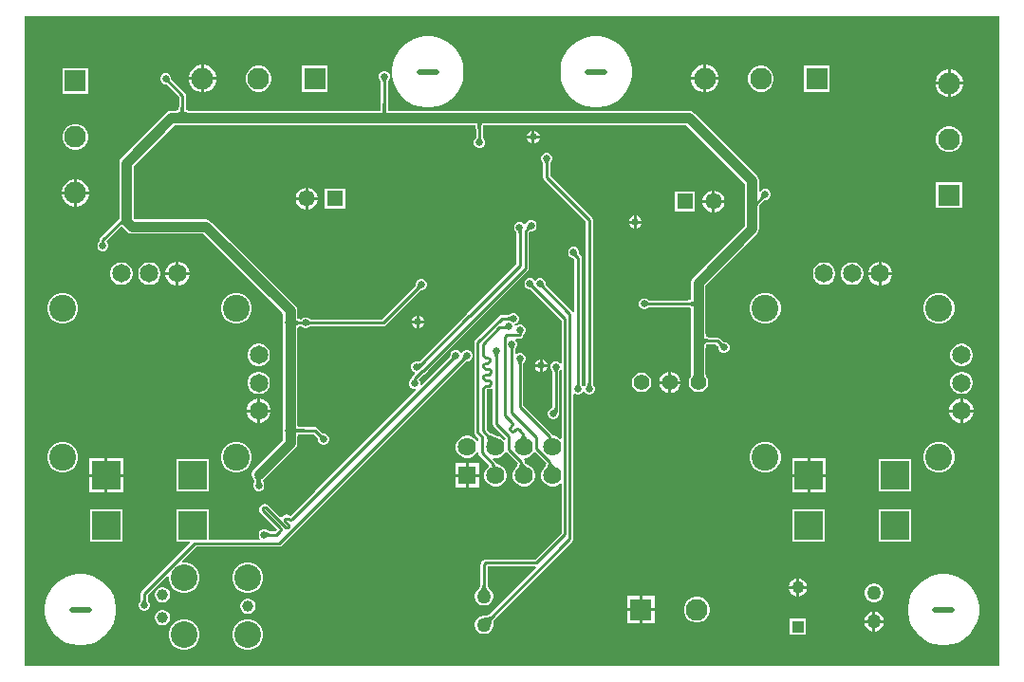
<source format=gbl>
G04*
G04 #@! TF.GenerationSoftware,Altium Limited,Altium Designer,24.2.2 (26)*
G04*
G04 Layer_Physical_Order=2*
G04 Layer_Color=16711680*
%FSLAX25Y25*%
%MOIN*%
G70*
G04*
G04 #@! TF.SameCoordinates,AF2FB041-FD52-4B01-B4D8-7A83CE53158D*
G04*
G04*
G04 #@! TF.FilePolarity,Positive*
G04*
G01*
G75*
%ADD15C,0.01000*%
%ADD35C,0.03900*%
%ADD52C,0.05709*%
%ADD53R,0.05709X0.05709*%
%ADD55C,0.03500*%
%ADD56C,0.05000*%
%ADD57R,0.06400X0.06400*%
%ADD58C,0.06400*%
%ADD59C,0.09449*%
%ADD60R,0.09921X0.09921*%
%ADD61C,0.06496*%
%ADD62C,0.09350*%
%ADD63C,0.05512*%
%ADD64C,0.04331*%
%ADD65R,0.04331X0.04331*%
%ADD66C,0.07677*%
%ADD67R,0.07677X0.07677*%
%ADD68O,0.07795X0.02087*%
%ADD69R,0.07677X0.07677*%
%ADD70C,0.02500*%
G36*
X559055Y149606D02*
X216535D01*
Y377953D01*
X559055D01*
Y149606D01*
D02*
G37*
%LPC*%
G36*
X456191Y360744D02*
X456054D01*
Y356405D01*
X460392D01*
Y356542D01*
X460063Y357773D01*
X459426Y358876D01*
X458525Y359777D01*
X457421Y360414D01*
X456191Y360744D01*
D02*
G37*
G36*
X279750D02*
X279613D01*
Y356405D01*
X283952D01*
Y356542D01*
X283622Y357773D01*
X282985Y358876D01*
X282084Y359777D01*
X280981Y360414D01*
X279750Y360744D01*
D02*
G37*
G36*
X455054D02*
X454917D01*
X453686Y360414D01*
X452583Y359777D01*
X451682Y358876D01*
X451045Y357773D01*
X450715Y356542D01*
Y356405D01*
X455054D01*
Y360744D01*
D02*
G37*
G36*
X278613D02*
X278477D01*
X277246Y360414D01*
X276143Y359777D01*
X275242Y358876D01*
X274605Y357773D01*
X274275Y356542D01*
Y356405D01*
X278613D01*
Y360744D01*
D02*
G37*
G36*
X541976Y359169D02*
X541839D01*
Y354831D01*
X546177D01*
Y354968D01*
X545847Y356198D01*
X545210Y357302D01*
X544310Y358203D01*
X543206Y358840D01*
X541976Y359169D01*
D02*
G37*
G36*
X540839D02*
X540702D01*
X539471Y358840D01*
X538368Y358203D01*
X537467Y357302D01*
X536830Y356198D01*
X536500Y354968D01*
Y354831D01*
X540839D01*
Y359169D01*
D02*
G37*
G36*
X499462Y360444D02*
X490385D01*
Y351367D01*
X499462D01*
Y360444D01*
D02*
G37*
G36*
X475836D02*
X474641D01*
X473487Y360135D01*
X472452Y359537D01*
X471607Y358692D01*
X471009Y357657D01*
X470700Y356503D01*
Y355308D01*
X471009Y354154D01*
X471607Y353119D01*
X472452Y352274D01*
X473487Y351676D01*
X474641Y351367D01*
X475836D01*
X476991Y351676D01*
X478025Y352274D01*
X478870Y353119D01*
X479468Y354154D01*
X479777Y355308D01*
Y356503D01*
X479468Y357657D01*
X478870Y358692D01*
X478025Y359537D01*
X476991Y360135D01*
X475836Y360444D01*
D02*
G37*
G36*
X323022D02*
X313945D01*
Y351367D01*
X323022D01*
Y360444D01*
D02*
G37*
G36*
X299396D02*
X298201D01*
X297047Y360135D01*
X296012Y359537D01*
X295167Y358692D01*
X294569Y357657D01*
X294260Y356503D01*
Y355308D01*
X294569Y354154D01*
X295167Y353119D01*
X296012Y352274D01*
X297047Y351676D01*
X298201Y351367D01*
X299396D01*
X300550Y351676D01*
X301585Y352274D01*
X302430Y353119D01*
X303028Y354154D01*
X303337Y355308D01*
Y356503D01*
X303028Y357657D01*
X302430Y358692D01*
X301585Y359537D01*
X300550Y360135D01*
X299396Y360444D01*
D02*
G37*
G36*
X460392Y355405D02*
X456054D01*
Y351067D01*
X456191D01*
X457421Y351397D01*
X458525Y352034D01*
X459426Y352935D01*
X460063Y354038D01*
X460392Y355269D01*
Y355405D01*
D02*
G37*
G36*
X455054D02*
X450715D01*
Y355269D01*
X451045Y354038D01*
X451682Y352935D01*
X452583Y352034D01*
X453686Y351397D01*
X454917Y351067D01*
X455054D01*
Y355405D01*
D02*
G37*
G36*
X283952D02*
X279613D01*
Y351067D01*
X279750D01*
X280981Y351397D01*
X282084Y352034D01*
X282985Y352935D01*
X283622Y354038D01*
X283952Y355269D01*
Y355405D01*
D02*
G37*
G36*
X278613D02*
X274275D01*
Y355269D01*
X274605Y354038D01*
X275242Y352935D01*
X276143Y352034D01*
X277246Y351397D01*
X278477Y351067D01*
X278613D01*
Y355405D01*
D02*
G37*
G36*
X238987Y359658D02*
X229910D01*
Y350581D01*
X238987D01*
Y359658D01*
D02*
G37*
G36*
X546177Y353831D02*
X541839D01*
Y349492D01*
X541976D01*
X543206Y349822D01*
X544310Y350459D01*
X545210Y351360D01*
X545847Y352463D01*
X546177Y353694D01*
Y353831D01*
D02*
G37*
G36*
X540839D02*
X536500D01*
Y353694D01*
X536830Y352463D01*
X537467Y351360D01*
X538368Y350459D01*
X539471Y349822D01*
X540702Y349492D01*
X540839D01*
Y353831D01*
D02*
G37*
G36*
X418307Y370779D02*
X416338D01*
X414393Y370471D01*
X412520Y369862D01*
X410766Y368968D01*
X409172Y367811D01*
X407780Y366418D01*
X406622Y364825D01*
X405728Y363070D01*
X405120Y361197D01*
X404812Y359252D01*
Y357283D01*
X405120Y355338D01*
X405728Y353465D01*
X406622Y351711D01*
X407780Y350117D01*
X409172Y348725D01*
X410766Y347567D01*
X412520Y346673D01*
X414393Y346065D01*
X416338Y345757D01*
X418307D01*
X420253Y346065D01*
X422125Y346673D01*
X423880Y347567D01*
X425473Y348725D01*
X426866Y350117D01*
X428023Y351711D01*
X428917Y353465D01*
X429526Y355338D01*
X429834Y357283D01*
Y359252D01*
X429526Y361197D01*
X428917Y363070D01*
X428023Y364825D01*
X426866Y366418D01*
X425473Y367811D01*
X423880Y368968D01*
X422125Y369862D01*
X420253Y370471D01*
X418307Y370779D01*
D02*
G37*
G36*
X359252D02*
X357283D01*
X355338Y370471D01*
X353465Y369862D01*
X351711Y368968D01*
X350117Y367811D01*
X348725Y366418D01*
X347567Y364825D01*
X346673Y363070D01*
X346065Y361197D01*
X345757Y359252D01*
Y357283D01*
X346065Y355338D01*
X346673Y353465D01*
X347567Y351711D01*
X348725Y350117D01*
X350117Y348725D01*
X351711Y347567D01*
X353465Y346673D01*
X355338Y346065D01*
X357283Y345757D01*
X359252D01*
X361197Y346065D01*
X363070Y346673D01*
X364825Y347567D01*
X366418Y348725D01*
X367811Y350117D01*
X368968Y351711D01*
X369862Y353465D01*
X370471Y355338D01*
X370779Y357283D01*
Y359252D01*
X370471Y361197D01*
X369862Y363070D01*
X368968Y364825D01*
X367811Y366418D01*
X366418Y367811D01*
X364825Y368968D01*
X363070Y369862D01*
X361197Y370471D01*
X359252Y370779D01*
D02*
G37*
G36*
X343301Y358643D02*
X342526D01*
X341809Y358346D01*
X341260Y357798D01*
X340963Y357081D01*
Y356305D01*
X341260Y355588D01*
X341486Y355362D01*
X341517Y355313D01*
X341567Y355260D01*
X341592Y355228D01*
X341613Y355194D01*
X341633Y355157D01*
X341651Y355115D01*
X341666Y355067D01*
X341680Y355012D01*
X341690Y354951D01*
Y346920D01*
X341671Y346162D01*
X341587Y345224D01*
X341527Y344850D01*
X341478Y344624D01*
X275068D01*
X274342Y344676D01*
X273943Y344737D01*
X273622Y344812D01*
X273429Y344880D01*
X273375Y345217D01*
X273271Y346679D01*
Y350000D01*
X273178Y350468D01*
X272912Y350865D01*
X268239Y355539D01*
X268203Y355589D01*
X268173Y355638D01*
X268150Y355683D01*
X268133Y355725D01*
X268121Y355765D01*
X268112Y355804D01*
X268107Y355844D01*
X268105Y355917D01*
X268092Y355974D01*
Y356293D01*
X267795Y357010D01*
X267246Y357559D01*
X266530Y357856D01*
X265754D01*
X265037Y357559D01*
X264489Y357010D01*
X264192Y356293D01*
Y355518D01*
X264489Y354801D01*
X265037Y354252D01*
X265754Y353956D01*
X266074D01*
X266130Y353942D01*
X266203Y353940D01*
X266243Y353935D01*
X266282Y353926D01*
X266322Y353914D01*
X266365Y353897D01*
X266409Y353874D01*
X266458Y353845D01*
X266509Y353808D01*
X270824Y349493D01*
Y346920D01*
X270805Y346162D01*
X270721Y345224D01*
X270665Y344875D01*
X270485Y344811D01*
X270172Y344737D01*
X269773Y344674D01*
X269302Y344629D01*
X269159Y344624D01*
X268110D01*
X267154Y344434D01*
X266344Y343892D01*
X250596Y328144D01*
X250054Y327334D01*
X249864Y326378D01*
Y306713D01*
X243229Y300078D01*
X242964Y299681D01*
X242871Y299213D01*
Y298967D01*
X242862Y298903D01*
X242849Y298847D01*
X242836Y298803D01*
X242822Y298768D01*
X242809Y298743D01*
X242797Y298725D01*
X242787Y298712D01*
X242750Y298674D01*
X242716Y298623D01*
X242441Y298349D01*
X242144Y297632D01*
Y296856D01*
X242441Y296140D01*
X242990Y295591D01*
X243707Y295294D01*
X244482D01*
X245199Y295591D01*
X245748Y296140D01*
X246044Y296856D01*
Y297632D01*
X245748Y298349D01*
X245473Y298623D01*
X245439Y298674D01*
X245402Y298712D01*
X245391Y298725D01*
X245380Y298743D01*
X245372Y298759D01*
X250714Y304102D01*
X252646Y302171D01*
X253456Y301629D01*
X254413Y301439D01*
X279280D01*
X307345Y273375D01*
Y270079D01*
Y232283D01*
Y228987D01*
X297053Y218695D01*
X296511Y217885D01*
X296321Y216929D01*
X296511Y215973D01*
X296865Y215443D01*
X296883Y215407D01*
X296955Y215308D01*
X297053Y215163D01*
X297061Y215157D01*
X297146Y215021D01*
X297250Y214821D01*
X297341Y214607D01*
X297420Y214378D01*
X297422Y214371D01*
X297392Y214323D01*
X297166Y214097D01*
X296869Y213380D01*
Y212604D01*
X297166Y211888D01*
X297714Y211339D01*
X298431Y211042D01*
X299207D01*
X299923Y211339D01*
X300472Y211888D01*
X300769Y212604D01*
Y213380D01*
X300472Y214097D01*
X300246Y214323D01*
X300216Y214371D01*
X300218Y214378D01*
X300296Y214607D01*
X300388Y214821D01*
X300492Y215021D01*
X300576Y215157D01*
X300585Y215163D01*
X311609Y226186D01*
X312150Y226997D01*
X312340Y227953D01*
Y229263D01*
X312392Y229989D01*
X312454Y230388D01*
X312529Y230709D01*
X312596Y230902D01*
X312934Y230956D01*
X314395Y231060D01*
X317997D01*
X319556Y229501D01*
X319593Y229450D01*
X319622Y229402D01*
X319645Y229357D01*
X319662Y229314D01*
X319675Y229274D01*
X319683Y229235D01*
X319688Y229195D01*
X319690Y229122D01*
X319704Y229066D01*
Y228746D01*
X320000Y228029D01*
X320549Y227481D01*
X321266Y227184D01*
X322041D01*
X322758Y227481D01*
X323307Y228029D01*
X323604Y228746D01*
Y229522D01*
X323307Y230238D01*
X322758Y230787D01*
X322041Y231084D01*
X321722D01*
X321665Y231097D01*
X321592Y231100D01*
X321552Y231104D01*
X321513Y231113D01*
X321473Y231125D01*
X321431Y231142D01*
X321386Y231165D01*
X321337Y231195D01*
X321287Y231231D01*
X319369Y233149D01*
X318972Y233414D01*
X318504Y233507D01*
X314636D01*
X313878Y233526D01*
X312941Y233610D01*
X312596Y233665D01*
X312529Y233858D01*
X312454Y234179D01*
X312391Y234587D01*
X312345Y235069D01*
X312340Y235215D01*
Y267058D01*
X312392Y267784D01*
X312454Y268183D01*
X312529Y268504D01*
X312596Y268697D01*
X312934Y268751D01*
X313787Y268812D01*
X313819Y268798D01*
X313856Y268779D01*
X313889Y268757D01*
X313921Y268732D01*
X313974Y268683D01*
X314024Y268652D01*
X314250Y268426D01*
X314966Y268129D01*
X315742D01*
X316459Y268426D01*
X316685Y268652D01*
X316735Y268683D01*
X316788Y268732D01*
X316819Y268757D01*
X316853Y268779D01*
X316890Y268798D01*
X316932Y268816D01*
X316980Y268832D01*
X317035Y268845D01*
X317096Y268855D01*
X342520D01*
X342988Y268948D01*
X343385Y269214D01*
X355539Y281367D01*
X355589Y281404D01*
X355638Y281433D01*
X355683Y281456D01*
X355725Y281473D01*
X355765Y281486D01*
X355804Y281494D01*
X355844Y281499D01*
X355917Y281501D01*
X355974Y281515D01*
X356293D01*
X357010Y281811D01*
X357559Y282360D01*
X357856Y283077D01*
Y283852D01*
X357559Y284569D01*
X357010Y285118D01*
X356293Y285415D01*
X355518D01*
X354801Y285118D01*
X354252Y284569D01*
X353956Y283852D01*
Y283533D01*
X353942Y283476D01*
X353940Y283403D01*
X353935Y283363D01*
X353926Y283324D01*
X353914Y283284D01*
X353897Y283242D01*
X353874Y283197D01*
X353845Y283148D01*
X353808Y283098D01*
X342013Y271302D01*
X317096D01*
X317035Y271312D01*
X316980Y271326D01*
X316932Y271341D01*
X316890Y271359D01*
X316853Y271379D01*
X316819Y271401D01*
X316788Y271425D01*
X316735Y271475D01*
X316685Y271506D01*
X316459Y271732D01*
X315742Y272029D01*
X314966D01*
X314250Y271732D01*
X314024Y271506D01*
X313974Y271475D01*
X313921Y271425D01*
X313889Y271401D01*
X313856Y271379D01*
X313819Y271359D01*
X313777Y271341D01*
X313750Y271333D01*
X312941Y271406D01*
X312596Y271460D01*
X312529Y271653D01*
X312454Y271974D01*
X312391Y272382D01*
X312345Y272864D01*
X312340Y273010D01*
Y274410D01*
X312150Y275365D01*
X311609Y276176D01*
X282081Y305703D01*
X281271Y306245D01*
X280315Y306435D01*
X255447D01*
X254860Y307022D01*
Y325343D01*
X269145Y339628D01*
X374942D01*
X374992Y339402D01*
X375050Y339035D01*
X375154Y337573D01*
Y335164D01*
X375144Y335103D01*
X375131Y335048D01*
X375115Y335000D01*
X375097Y334958D01*
X375078Y334921D01*
X375056Y334887D01*
X375031Y334856D01*
X374982Y334802D01*
X374951Y334753D01*
X374725Y334527D01*
X374428Y333810D01*
Y333034D01*
X374725Y332318D01*
X375273Y331769D01*
X375990Y331472D01*
X376766D01*
X377483Y331769D01*
X378031Y332318D01*
X378328Y333034D01*
Y333810D01*
X378031Y334527D01*
X377805Y334753D01*
X377774Y334802D01*
X377725Y334856D01*
X377700Y334887D01*
X377678Y334921D01*
X377658Y334958D01*
X377641Y335000D01*
X377625Y335048D01*
X377612Y335103D01*
X377602Y335164D01*
Y337332D01*
X377620Y338090D01*
X377705Y339028D01*
X377764Y339402D01*
X377814Y339628D01*
X448965D01*
X469549Y319044D01*
Y311614D01*
Y304184D01*
X451504Y286139D01*
X450962Y285329D01*
X450772Y284373D01*
Y278207D01*
X450546Y278158D01*
X450179Y278099D01*
X448717Y277995D01*
X435994D01*
X435933Y278005D01*
X435878Y278019D01*
X435830Y278034D01*
X435788Y278052D01*
X435751Y278072D01*
X435717Y278094D01*
X435685Y278118D01*
X435632Y278168D01*
X435583Y278199D01*
X435357Y278425D01*
X434640Y278722D01*
X433864D01*
X433147Y278425D01*
X432599Y277876D01*
X432302Y277160D01*
Y276384D01*
X432599Y275667D01*
X433147Y275118D01*
X433864Y274822D01*
X434640D01*
X435357Y275118D01*
X435583Y275345D01*
X435632Y275375D01*
X435685Y275425D01*
X435717Y275450D01*
X435751Y275472D01*
X435788Y275491D01*
X435830Y275509D01*
X435878Y275525D01*
X435933Y275538D01*
X435994Y275548D01*
X448477D01*
X449234Y275529D01*
X450172Y275445D01*
X450546Y275385D01*
X450772Y275336D01*
Y263779D01*
Y251906D01*
X450748Y251660D01*
X450733Y251573D01*
X450733Y251573D01*
X450505Y251344D01*
X450050Y250556D01*
X449814Y249677D01*
Y248767D01*
X450050Y247888D01*
X450505Y247100D01*
X451148Y246457D01*
X451936Y246002D01*
X452815Y245766D01*
X453725D01*
X454604Y246002D01*
X455392Y246457D01*
X456036Y247100D01*
X456491Y247888D01*
X456726Y248767D01*
Y249677D01*
X456491Y250556D01*
X456036Y251344D01*
X455814Y251566D01*
X455768Y252238D01*
Y260759D01*
X455820Y261485D01*
X455882Y261884D01*
X455957Y262205D01*
X456024Y262398D01*
X456362Y262452D01*
X457823Y262556D01*
X459336D01*
X460108Y261784D01*
X460144Y261734D01*
X460173Y261685D01*
X460196Y261640D01*
X460213Y261598D01*
X460226Y261558D01*
X460234Y261519D01*
X460239Y261479D01*
X460242Y261406D01*
X460255Y261349D01*
Y261029D01*
X460552Y260313D01*
X461100Y259764D01*
X461817Y259467D01*
X462593D01*
X463309Y259764D01*
X463858Y260313D01*
X464155Y261029D01*
Y261805D01*
X463858Y262522D01*
X463309Y263070D01*
X462593Y263367D01*
X462273D01*
X462216Y263381D01*
X462143Y263383D01*
X462104Y263388D01*
X462064Y263396D01*
X462024Y263409D01*
X461982Y263426D01*
X461937Y263449D01*
X461889Y263478D01*
X461838Y263514D01*
X460708Y264645D01*
X460311Y264910D01*
X459842Y265003D01*
X458064D01*
X457306Y265022D01*
X456368Y265106D01*
X456024Y265161D01*
X455957Y265354D01*
X455882Y265675D01*
X455819Y266083D01*
X455773Y266565D01*
X455768Y266711D01*
Y276772D01*
Y283338D01*
X473814Y301383D01*
X474355Y302194D01*
X474545Y303150D01*
Y311268D01*
X476415Y313138D01*
X476466Y313175D01*
X476514Y313204D01*
X476559Y313227D01*
X476601Y313244D01*
X476642Y313256D01*
X476681Y313265D01*
X476721Y313270D01*
X476793Y313272D01*
X476850Y313285D01*
X477170D01*
X477886Y313582D01*
X478435Y314131D01*
X478732Y314847D01*
Y315623D01*
X478435Y316340D01*
X477886Y316888D01*
X477170Y317185D01*
X476394D01*
X475677Y316888D01*
X475129Y316340D01*
X475045Y316138D01*
X474545Y316238D01*
Y320079D01*
X474355Y321035D01*
X473814Y321845D01*
X451766Y343892D01*
X450956Y344434D01*
X450000Y344624D01*
X344349D01*
X344300Y344850D01*
X344241Y345217D01*
X344137Y346679D01*
Y354951D01*
X344147Y355012D01*
X344160Y355067D01*
X344176Y355115D01*
X344194Y355157D01*
X344213Y355194D01*
X344235Y355228D01*
X344260Y355260D01*
X344310Y355313D01*
X344340Y355362D01*
X344566Y355588D01*
X344863Y356305D01*
Y357081D01*
X344566Y357798D01*
X344018Y358346D01*
X343301Y358643D01*
D02*
G37*
G36*
X395776Y337661D02*
Y335933D01*
X397504D01*
X397183Y336708D01*
X396550Y337340D01*
X395776Y337661D01*
D02*
G37*
G36*
X394776D02*
X394001Y337340D01*
X393368Y336708D01*
X393047Y335933D01*
X394776D01*
Y337661D01*
D02*
G37*
G36*
X397504Y334933D02*
X395776D01*
Y333205D01*
X396550Y333526D01*
X397183Y334159D01*
X397504Y334933D01*
D02*
G37*
G36*
X394776D02*
X393047D01*
X393368Y334159D01*
X394001Y333526D01*
X394776Y333205D01*
Y334933D01*
D02*
G37*
G36*
X235046Y339973D02*
X233851D01*
X232697Y339664D01*
X231662Y339066D01*
X230817Y338221D01*
X230220Y337186D01*
X229910Y336032D01*
Y334837D01*
X230220Y333682D01*
X230817Y332647D01*
X231662Y331802D01*
X232697Y331205D01*
X233851Y330896D01*
X235046D01*
X236201Y331205D01*
X237236Y331802D01*
X238081Y332647D01*
X238678Y333682D01*
X238987Y334837D01*
Y336032D01*
X238678Y337186D01*
X238081Y338221D01*
X237236Y339066D01*
X236201Y339664D01*
X235046Y339973D01*
D02*
G37*
G36*
X541936Y339184D02*
X540741D01*
X539587Y338875D01*
X538552Y338277D01*
X537707Y337432D01*
X537109Y336398D01*
X536800Y335243D01*
Y334048D01*
X537109Y332894D01*
X537707Y331859D01*
X538552Y331014D01*
X539587Y330416D01*
X540741Y330107D01*
X541936D01*
X543090Y330416D01*
X544125Y331014D01*
X544970Y331859D01*
X545568Y332894D01*
X545877Y334048D01*
Y335243D01*
X545568Y336398D01*
X544970Y337432D01*
X544125Y338277D01*
X543090Y338875D01*
X541936Y339184D01*
D02*
G37*
G36*
X235086Y320588D02*
X234949D01*
Y316249D01*
X239287D01*
Y316386D01*
X238958Y317617D01*
X238321Y318720D01*
X237420Y319621D01*
X236316Y320258D01*
X235086Y320588D01*
D02*
G37*
G36*
X233949D02*
X233812D01*
X232581Y320258D01*
X231478Y319621D01*
X230577Y318720D01*
X229940Y317617D01*
X229610Y316386D01*
Y316249D01*
X233949D01*
Y320588D01*
D02*
G37*
G36*
X316166Y317625D02*
X316159D01*
Y314271D01*
X319513D01*
Y314278D01*
X319250Y315259D01*
X318743Y316137D01*
X318025Y316855D01*
X317146Y317362D01*
X316166Y317625D01*
D02*
G37*
G36*
X315159D02*
X315151D01*
X314171Y317362D01*
X313292Y316855D01*
X312575Y316137D01*
X312067Y315259D01*
X311804Y314278D01*
Y314271D01*
X315159D01*
Y317625D01*
D02*
G37*
G36*
X459083Y316640D02*
X459075D01*
Y313285D01*
X462430D01*
Y313293D01*
X462167Y314273D01*
X461660Y315152D01*
X460942Y315870D01*
X460063Y316377D01*
X459083Y316640D01*
D02*
G37*
G36*
X458075D02*
X458068D01*
X457088Y316377D01*
X456209Y315870D01*
X455491Y315152D01*
X454984Y314273D01*
X454721Y313293D01*
Y313285D01*
X458075D01*
Y316640D01*
D02*
G37*
G36*
X239287Y315249D02*
X234949D01*
Y310911D01*
X235086D01*
X236316Y311240D01*
X237420Y311877D01*
X238321Y312778D01*
X238958Y313882D01*
X239287Y315112D01*
Y315249D01*
D02*
G37*
G36*
X233949D02*
X229610D01*
Y315112D01*
X229940Y313882D01*
X230577Y312778D01*
X231478Y311877D01*
X232581Y311240D01*
X233812Y310911D01*
X233949D01*
Y315249D01*
D02*
G37*
G36*
X545877Y319499D02*
X536800D01*
Y310422D01*
X545877D01*
Y319499D01*
D02*
G37*
G36*
X329213Y317325D02*
X322104D01*
Y310216D01*
X329213D01*
Y317325D01*
D02*
G37*
G36*
X319513Y313271D02*
X316159D01*
Y309916D01*
X316166D01*
X317146Y310179D01*
X318025Y310687D01*
X318743Y311404D01*
X319250Y312283D01*
X319513Y313263D01*
Y313271D01*
D02*
G37*
G36*
X315159D02*
X311804D01*
Y313263D01*
X312067Y312283D01*
X312575Y311404D01*
X313292Y310687D01*
X314171Y310179D01*
X315151Y309916D01*
X315159D01*
Y313271D01*
D02*
G37*
G36*
X452130Y316340D02*
X445021D01*
Y309231D01*
X452130D01*
Y316340D01*
D02*
G37*
G36*
X462430Y312285D02*
X459075D01*
Y308931D01*
X459083D01*
X460063Y309194D01*
X460942Y309701D01*
X461660Y310419D01*
X462167Y311298D01*
X462430Y312278D01*
Y312285D01*
D02*
G37*
G36*
X458075D02*
X454721D01*
Y312278D01*
X454984Y311298D01*
X455491Y310419D01*
X456209Y309701D01*
X457088Y309194D01*
X458068Y308931D01*
X458075D01*
Y312285D01*
D02*
G37*
G36*
X431602Y307740D02*
Y306012D01*
X433331D01*
X433010Y306786D01*
X432377Y307419D01*
X431602Y307740D01*
D02*
G37*
G36*
X430602D02*
X429828Y307419D01*
X429195Y306786D01*
X428874Y306012D01*
X430602D01*
Y307740D01*
D02*
G37*
G36*
X394876Y306281D02*
X394100D01*
X393384Y305984D01*
X392835Y305435D01*
X392588Y304838D01*
X392295Y304755D01*
X392194Y304742D01*
X392052Y304752D01*
X391555Y305248D01*
X390839Y305545D01*
X390063D01*
X389346Y305248D01*
X388797Y304700D01*
X388501Y303983D01*
Y303207D01*
X388797Y302491D01*
X389137Y302151D01*
X389168Y302109D01*
X389218Y302063D01*
X389240Y302039D01*
X389258Y302014D01*
X389275Y301986D01*
X389290Y301952D01*
X389305Y301912D01*
X389317Y301864D01*
X389328Y301807D01*
Y290664D01*
X372118Y273455D01*
X371907Y273314D01*
X355143Y256550D01*
X355109Y256527D01*
X355085Y256515D01*
X355085Y256515D01*
X355055Y256525D01*
X355013Y256530D01*
X354758Y256635D01*
X353982D01*
X353265Y256338D01*
X352717Y255790D01*
X352420Y255073D01*
Y254297D01*
X352717Y253581D01*
X353265Y253032D01*
X353604Y252892D01*
X353721Y252302D01*
X352835Y251416D01*
X352570Y251019D01*
X352477Y250551D01*
Y250488D01*
X352439Y250472D01*
X351890Y249923D01*
X351593Y249207D01*
Y248431D01*
X351890Y247714D01*
X352439Y247166D01*
X353155Y246869D01*
X353880D01*
X353987Y246738D01*
X354128Y246409D01*
X318713Y210994D01*
X309922Y202204D01*
X309356Y202582D01*
X308616Y202729D01*
X307876Y202582D01*
X307248Y202163D01*
X307040Y201852D01*
X306406Y201779D01*
X302239Y205946D01*
X302238Y205946D01*
X302248Y205956D01*
X301621Y206375D01*
X300881Y206522D01*
X300141Y206375D01*
X299513Y205956D01*
X299094Y205329D01*
X298947Y204589D01*
X299094Y203848D01*
X299513Y203221D01*
X299523Y203231D01*
X305236Y197517D01*
X304611Y196893D01*
X302530D01*
X302468Y196903D01*
X302413Y196916D01*
X302365Y196932D01*
X302323Y196950D01*
X302286Y196969D01*
X302252Y196991D01*
X302221Y197016D01*
X302168Y197066D01*
X302118Y197096D01*
X301892Y197322D01*
X301175Y197619D01*
X300399D01*
X299683Y197322D01*
X299134Y196774D01*
X298837Y196057D01*
Y195281D01*
X299134Y194565D01*
X299317Y194382D01*
X299110Y193882D01*
X281251D01*
Y204480D01*
X269930D01*
Y193158D01*
X274492D01*
X274683Y192696D01*
X257796Y175809D01*
X257531Y175412D01*
X257438Y174944D01*
Y172608D01*
X257428Y172547D01*
X257414Y172492D01*
X257399Y172444D01*
X257381Y172402D01*
X257361Y172365D01*
X257340Y172331D01*
X257315Y172299D01*
X257265Y172246D01*
X257235Y172197D01*
X257008Y171971D01*
X256711Y171254D01*
Y170478D01*
X257008Y169762D01*
X257557Y169213D01*
X258274Y168916D01*
X259049D01*
X259766Y169213D01*
X260315Y169762D01*
X260611Y170478D01*
Y171254D01*
X260315Y171971D01*
X260088Y172197D01*
X260058Y172246D01*
X260008Y172300D01*
X259983Y172331D01*
X259961Y172365D01*
X259942Y172402D01*
X259924Y172444D01*
X259908Y172492D01*
X259895Y172547D01*
X259885Y172608D01*
Y174437D01*
X266671Y181223D01*
X267171Y181016D01*
Y179812D01*
X267537Y178445D01*
X268245Y177219D01*
X269245Y176219D01*
X270471Y175511D01*
X271838Y175145D01*
X273253D01*
X274620Y175511D01*
X275846Y176219D01*
X276847Y177219D01*
X277554Y178445D01*
X277921Y179812D01*
Y181227D01*
X277554Y182594D01*
X276847Y183820D01*
X275846Y184821D01*
X274620Y185528D01*
X273253Y185895D01*
X272050D01*
X271843Y186395D01*
X276883Y191435D01*
X306044D01*
X306512Y191528D01*
X306909Y191793D01*
X371680Y256564D01*
X371731Y256601D01*
X371779Y256630D01*
X371825Y256653D01*
X371867Y256670D01*
X371907Y256682D01*
X371946Y256691D01*
X371986Y256696D01*
X372059Y256698D01*
X372115Y256711D01*
X372435D01*
X373152Y257008D01*
X373700Y257557D01*
X373997Y258274D01*
Y259049D01*
X373700Y259766D01*
X373152Y260315D01*
X372435Y260611D01*
X371659D01*
X370943Y260315D01*
X370394Y259766D01*
X370349Y259658D01*
X369808D01*
X369763Y259766D01*
X369215Y260315D01*
X368498Y260611D01*
X367722D01*
X367006Y260315D01*
X366457Y259766D01*
X366160Y259049D01*
Y258729D01*
X366147Y258673D01*
X366145Y258600D01*
X366140Y258560D01*
X366131Y258521D01*
X366119Y258481D01*
X366102Y258439D01*
X366079Y258394D01*
X366049Y258345D01*
X366013Y258295D01*
X355953Y248235D01*
X355624Y248375D01*
X355493Y248482D01*
Y249207D01*
X355196Y249923D01*
X355000Y250120D01*
X356881Y252001D01*
X356940Y252013D01*
X357336Y252278D01*
X358039Y252981D01*
X358305Y253378D01*
X358316Y253436D01*
X393385Y288505D01*
X393650Y288902D01*
X393743Y289370D01*
Y301665D01*
X393757Y301685D01*
X393802Y301914D01*
X394121Y302234D01*
X394172Y302270D01*
X394220Y302299D01*
X394266Y302322D01*
X394308Y302339D01*
X394348Y302352D01*
X394387Y302360D01*
X394427Y302365D01*
X394500Y302367D01*
X394556Y302381D01*
X394876D01*
X395593Y302678D01*
X396141Y303226D01*
X396438Y303943D01*
Y304719D01*
X396141Y305435D01*
X395593Y305984D01*
X394876Y306281D01*
D02*
G37*
G36*
X433331Y305012D02*
X431602D01*
Y303284D01*
X432377Y303604D01*
X433010Y304237D01*
X433331Y305012D01*
D02*
G37*
G36*
X430602D02*
X428874D01*
X429195Y304237D01*
X429828Y303604D01*
X430602Y303284D01*
Y305012D01*
D02*
G37*
G36*
X517685Y291650D02*
X517626D01*
Y287902D01*
X521374D01*
Y287961D01*
X521084Y289041D01*
X520525Y290010D01*
X519734Y290801D01*
X518766Y291360D01*
X517685Y291650D01*
D02*
G37*
G36*
X516626D02*
X516567D01*
X515486Y291360D01*
X514518Y290801D01*
X513727Y290010D01*
X513167Y289041D01*
X512878Y287961D01*
Y287902D01*
X516626D01*
Y291650D01*
D02*
G37*
G36*
X270835D02*
X270776D01*
Y287902D01*
X274524D01*
Y287961D01*
X274234Y289041D01*
X273675Y290010D01*
X272884Y290801D01*
X271915Y291360D01*
X270835Y291650D01*
D02*
G37*
G36*
X269776D02*
X269716D01*
X268636Y291360D01*
X267667Y290801D01*
X266876Y290010D01*
X266317Y289041D01*
X266028Y287961D01*
Y287902D01*
X269776D01*
Y291650D01*
D02*
G37*
G36*
X507803Y291350D02*
X506764D01*
X505760Y291081D01*
X504859Y290561D01*
X504124Y289826D01*
X503605Y288926D01*
X503335Y287921D01*
Y286882D01*
X503605Y285878D01*
X504124Y284977D01*
X504859Y284242D01*
X505760Y283723D01*
X506764Y283453D01*
X507803D01*
X508807Y283723D01*
X509708Y284242D01*
X510443Y284977D01*
X510962Y285878D01*
X511232Y286882D01*
Y287921D01*
X510962Y288926D01*
X510443Y289826D01*
X509708Y290561D01*
X508807Y291081D01*
X507803Y291350D01*
D02*
G37*
G36*
X497961D02*
X496921D01*
X495917Y291081D01*
X495017Y290561D01*
X494282Y289826D01*
X493762Y288926D01*
X493493Y287921D01*
Y286882D01*
X493762Y285878D01*
X494282Y284977D01*
X495017Y284242D01*
X495917Y283723D01*
X496921Y283453D01*
X497961D01*
X498965Y283723D01*
X499865Y284242D01*
X500600Y284977D01*
X501120Y285878D01*
X501389Y286882D01*
Y287921D01*
X501120Y288926D01*
X500600Y289826D01*
X499865Y290561D01*
X498965Y291081D01*
X497961Y291350D01*
D02*
G37*
G36*
X260953D02*
X259913D01*
X258909Y291081D01*
X258009Y290561D01*
X257274Y289826D01*
X256754Y288926D01*
X256485Y287921D01*
Y286882D01*
X256754Y285878D01*
X257274Y284977D01*
X258009Y284242D01*
X258909Y283723D01*
X259913Y283453D01*
X260953D01*
X261957Y283723D01*
X262857Y284242D01*
X263592Y284977D01*
X264112Y285878D01*
X264381Y286882D01*
Y287921D01*
X264112Y288926D01*
X263592Y289826D01*
X262857Y290561D01*
X261957Y291081D01*
X260953Y291350D01*
D02*
G37*
G36*
X251110D02*
X250071D01*
X249067Y291081D01*
X248166Y290561D01*
X247431Y289826D01*
X246912Y288926D01*
X246642Y287921D01*
Y286882D01*
X246912Y285878D01*
X247431Y284977D01*
X248166Y284242D01*
X249067Y283723D01*
X250071Y283453D01*
X251110D01*
X252114Y283723D01*
X253015Y284242D01*
X253750Y284977D01*
X254270Y285878D01*
X254539Y286882D01*
Y287921D01*
X254270Y288926D01*
X253750Y289826D01*
X253015Y290561D01*
X252114Y291081D01*
X251110Y291350D01*
D02*
G37*
G36*
X521374Y286902D02*
X517626D01*
Y283154D01*
X517685D01*
X518766Y283443D01*
X519734Y284002D01*
X520525Y284793D01*
X521084Y285762D01*
X521374Y286842D01*
Y286902D01*
D02*
G37*
G36*
X516626D02*
X512878D01*
Y286842D01*
X513167Y285762D01*
X513727Y284793D01*
X514518Y284002D01*
X515486Y283443D01*
X516567Y283154D01*
X516626D01*
Y286902D01*
D02*
G37*
G36*
X274524D02*
X270776D01*
Y283154D01*
X270835D01*
X271915Y283443D01*
X272884Y284002D01*
X273675Y284793D01*
X274234Y285762D01*
X274524Y286842D01*
Y286902D01*
D02*
G37*
G36*
X269776D02*
X266028D01*
Y286842D01*
X266317Y285762D01*
X266876Y284793D01*
X267667Y284002D01*
X268636Y283443D01*
X269716Y283154D01*
X269776D01*
Y286902D01*
D02*
G37*
G36*
X355224Y272701D02*
Y270972D01*
X356953D01*
X356632Y271747D01*
X355999Y272380D01*
X355224Y272701D01*
D02*
G37*
G36*
X354224D02*
X353450Y272380D01*
X352817Y271747D01*
X352496Y270972D01*
X354224D01*
Y272701D01*
D02*
G37*
G36*
X538509Y280621D02*
X537081D01*
X535702Y280252D01*
X534465Y279538D01*
X533455Y278527D01*
X532740Y277291D01*
X532371Y275911D01*
Y274483D01*
X532740Y273103D01*
X533455Y271866D01*
X534465Y270856D01*
X535702Y270142D01*
X537081Y269772D01*
X538509D01*
X539889Y270142D01*
X541126Y270856D01*
X542136Y271866D01*
X542850Y273103D01*
X543220Y274483D01*
Y275911D01*
X542850Y277291D01*
X542136Y278527D01*
X541126Y279538D01*
X539889Y280252D01*
X538509Y280621D01*
D02*
G37*
G36*
X477486D02*
X476057D01*
X474678Y280252D01*
X473441Y279538D01*
X472431Y278527D01*
X471717Y277291D01*
X471347Y275911D01*
Y274483D01*
X471717Y273103D01*
X472431Y271866D01*
X473441Y270856D01*
X474678Y270142D01*
X476057Y269772D01*
X477486D01*
X478865Y270142D01*
X480102Y270856D01*
X481112Y271866D01*
X481826Y273103D01*
X482196Y274483D01*
Y275911D01*
X481826Y277291D01*
X481112Y278527D01*
X480102Y279538D01*
X478865Y280252D01*
X477486Y280621D01*
D02*
G37*
G36*
X291659D02*
X290231D01*
X288851Y280252D01*
X287614Y279538D01*
X286604Y278527D01*
X285890Y277291D01*
X285521Y275911D01*
Y274483D01*
X285890Y273103D01*
X286604Y271866D01*
X287614Y270856D01*
X288851Y270142D01*
X290231Y269772D01*
X291659D01*
X293039Y270142D01*
X294275Y270856D01*
X295286Y271866D01*
X296000Y273103D01*
X296369Y274483D01*
Y275911D01*
X296000Y277291D01*
X295286Y278527D01*
X294275Y279538D01*
X293039Y280252D01*
X291659Y280621D01*
D02*
G37*
G36*
X230635D02*
X229207D01*
X227828Y280252D01*
X226591Y279538D01*
X225581Y278527D01*
X224867Y277291D01*
X224497Y275911D01*
Y274483D01*
X224867Y273103D01*
X225581Y271866D01*
X226591Y270856D01*
X227828Y270142D01*
X229207Y269772D01*
X230635D01*
X232015Y270142D01*
X233252Y270856D01*
X234262Y271866D01*
X234976Y273103D01*
X235346Y274483D01*
Y275911D01*
X234976Y277291D01*
X234262Y278527D01*
X233252Y279538D01*
X232015Y280252D01*
X230635Y280621D01*
D02*
G37*
G36*
X356953Y269972D02*
X355224D01*
Y268244D01*
X355999Y268565D01*
X356632Y269198D01*
X356953Y269972D01*
D02*
G37*
G36*
X354224D02*
X352496D01*
X352817Y269198D01*
X353450Y268565D01*
X354224Y268244D01*
Y269972D01*
D02*
G37*
G36*
X398532Y257346D02*
Y255618D01*
X400260D01*
X399939Y256393D01*
X399306Y257026D01*
X398532Y257346D01*
D02*
G37*
G36*
X397532D02*
X396757Y257026D01*
X396124Y256393D01*
X395803Y255618D01*
X397532D01*
Y257346D01*
D02*
G37*
G36*
X546189Y262806D02*
X545150D01*
X544145Y262537D01*
X543245Y262017D01*
X542510Y261282D01*
X541990Y260382D01*
X541721Y259378D01*
Y258338D01*
X541990Y257334D01*
X542510Y256434D01*
X543245Y255699D01*
X544145Y255179D01*
X545150Y254910D01*
X546189D01*
X547193Y255179D01*
X548093Y255699D01*
X548829Y256434D01*
X549348Y257334D01*
X549617Y258338D01*
Y259378D01*
X549348Y260382D01*
X548829Y261282D01*
X548093Y262017D01*
X547193Y262537D01*
X546189Y262806D01*
D02*
G37*
G36*
X299339D02*
X298299D01*
X297295Y262537D01*
X296395Y262017D01*
X295660Y261282D01*
X295140Y260382D01*
X294871Y259378D01*
Y258338D01*
X295140Y257334D01*
X295660Y256434D01*
X296395Y255699D01*
X297295Y255179D01*
X298299Y254910D01*
X299339D01*
X300343Y255179D01*
X301243Y255699D01*
X301978Y256434D01*
X302498Y257334D01*
X302767Y258338D01*
Y259378D01*
X302498Y260382D01*
X301978Y261282D01*
X301243Y262017D01*
X300343Y262537D01*
X299339Y262806D01*
D02*
G37*
G36*
X400260Y254618D02*
X398532D01*
Y252890D01*
X399306Y253211D01*
X399939Y253844D01*
X400260Y254618D01*
D02*
G37*
G36*
X397532D02*
X395803D01*
X396124Y253844D01*
X396757Y253211D01*
X397532Y252890D01*
Y254618D01*
D02*
G37*
G36*
X443770Y252977D02*
Y249722D01*
X447025D01*
X446770Y250672D01*
X446276Y251529D01*
X445576Y252228D01*
X444720Y252722D01*
X443770Y252977D01*
D02*
G37*
G36*
X442770D02*
X441821Y252722D01*
X440964Y252228D01*
X440265Y251529D01*
X439770Y250672D01*
X439516Y249722D01*
X442770D01*
Y252977D01*
D02*
G37*
G36*
X400388Y329903D02*
X399612D01*
X398895Y329606D01*
X398347Y329057D01*
X398050Y328341D01*
Y327565D01*
X398347Y326848D01*
X398573Y326622D01*
X398604Y326573D01*
X398653Y326519D01*
X398678Y326488D01*
X398700Y326454D01*
X398720Y326417D01*
X398737Y326375D01*
X398753Y326327D01*
X398766Y326272D01*
X398777Y326211D01*
Y321348D01*
X398870Y320879D01*
X399135Y320482D01*
X413737Y305880D01*
Y248593D01*
X413727Y248531D01*
X413714Y248476D01*
X413698Y248428D01*
X413680Y248386D01*
X413661Y248349D01*
X413639Y248315D01*
X413614Y248284D01*
X413564Y248231D01*
X413534Y248181D01*
X413308Y247955D01*
X413263Y247847D01*
X412721D01*
X412677Y247955D01*
X412451Y248181D01*
X412420Y248231D01*
X412370Y248284D01*
X412346Y248315D01*
X412324Y248349D01*
X412304Y248386D01*
X412286Y248428D01*
X412271Y248476D01*
X412257Y248531D01*
X412247Y248593D01*
Y292901D01*
X412154Y293369D01*
X411889Y293766D01*
X411416Y294239D01*
X411388Y294280D01*
X411370Y294313D01*
X411360Y294338D01*
X411355Y294355D01*
X411353Y294368D01*
X411352Y294380D01*
X411352Y294382D01*
X411399Y294494D01*
Y295270D01*
X411102Y295987D01*
X410553Y296535D01*
X409837Y296832D01*
X409061D01*
X408344Y296535D01*
X407796Y295987D01*
X407499Y295270D01*
Y294494D01*
X407796Y293777D01*
X408344Y293229D01*
X409061Y292932D01*
X409129D01*
X409177Y292913D01*
X409233Y292886D01*
X409290Y292854D01*
X409349Y292817D01*
X409404Y292778D01*
X409479Y292716D01*
X409800Y292394D01*
Y273700D01*
X409300Y273650D01*
X409264Y273830D01*
X408999Y274227D01*
X399735Y283491D01*
X399699Y283542D01*
X399669Y283591D01*
X399646Y283636D01*
X399629Y283678D01*
X399617Y283718D01*
X399608Y283757D01*
X399604Y283797D01*
X399601Y283870D01*
X399588Y283926D01*
Y284246D01*
X399291Y284963D01*
X398742Y285511D01*
X398026Y285808D01*
X397250D01*
X396533Y285511D01*
X396193Y285171D01*
X395866Y285018D01*
X395539Y285171D01*
X395199Y285511D01*
X394482Y285808D01*
X393707D01*
X392990Y285511D01*
X392441Y284963D01*
X392144Y284246D01*
Y283470D01*
X392441Y282754D01*
X392990Y282205D01*
X393707Y281908D01*
X394026D01*
X394083Y281895D01*
X394156Y281893D01*
X394196Y281888D01*
X394235Y281879D01*
X394275Y281867D01*
X394317Y281850D01*
X394362Y281827D01*
X394411Y281797D01*
X394461Y281761D01*
X405210Y271012D01*
Y256075D01*
X405144Y256034D01*
X404710Y255921D01*
X404254Y256378D01*
X403538Y256674D01*
X402762D01*
X402045Y256378D01*
X401497Y255829D01*
X401200Y255112D01*
Y254337D01*
X401497Y253620D01*
X401723Y253394D01*
X401753Y253344D01*
X401803Y253291D01*
X401828Y253259D01*
X401850Y253226D01*
X401869Y253189D01*
X401887Y253147D01*
X401903Y253099D01*
X401916Y253044D01*
X401926Y252982D01*
Y240119D01*
X401258Y239842D01*
X400709Y239294D01*
X400412Y238577D01*
Y237801D01*
X400709Y237084D01*
X401258Y236536D01*
X401974Y236239D01*
X402750D01*
X403467Y236536D01*
X404015Y237084D01*
X404312Y237801D01*
Y238577D01*
X404304Y238598D01*
X404305Y238635D01*
X404373Y238976D01*
Y252982D01*
X404383Y253044D01*
X404397Y253099D01*
X404412Y253147D01*
X404430Y253189D01*
X404450Y253226D01*
X404471Y253259D01*
X404496Y253291D01*
X404546Y253344D01*
X404577Y253394D01*
X404710Y253527D01*
X405144Y253414D01*
X405210Y253374D01*
Y229581D01*
X404710Y229374D01*
X404429Y229656D01*
X403539Y230170D01*
X402547Y230435D01*
X402158D01*
X402131Y230570D01*
X401866Y230967D01*
X391775Y241058D01*
Y255738D01*
X391785Y255800D01*
X391798Y255855D01*
X391814Y255903D01*
X391832Y255945D01*
X391851Y255982D01*
X391873Y256015D01*
X391898Y256047D01*
X391948Y256100D01*
X391978Y256150D01*
X392204Y256376D01*
X392501Y257092D01*
Y257868D01*
X392204Y258585D01*
X391656Y259133D01*
X390939Y259430D01*
X390163D01*
X389519Y259163D01*
X389019Y259359D01*
Y260856D01*
X389029Y260918D01*
X389042Y260973D01*
X389058Y261021D01*
X389076Y261063D01*
X389095Y261100D01*
X389117Y261134D01*
X389142Y261165D01*
X389192Y261218D01*
X389222Y261268D01*
X389448Y261494D01*
X389745Y262211D01*
Y262986D01*
X389448Y263703D01*
X389127Y264024D01*
X389334Y264525D01*
X390551D01*
X391019Y264618D01*
X391416Y264883D01*
X391682Y265280D01*
X391775Y265748D01*
Y265943D01*
X392182Y266350D01*
X392479Y267067D01*
Y267843D01*
X392182Y268560D01*
X391634Y269108D01*
X390917Y269405D01*
X390141D01*
X389461Y269123D01*
X389406Y269113D01*
X388880Y269271D01*
X388797Y269514D01*
X388936Y269787D01*
X389357Y269962D01*
X389906Y270510D01*
X390203Y271227D01*
Y272003D01*
X389906Y272719D01*
X389357Y273268D01*
X388641Y273565D01*
X387865D01*
X387148Y273268D01*
X386957Y273076D01*
X386916Y273052D01*
X386860Y273004D01*
X386826Y272978D01*
X386789Y272955D01*
X386749Y272935D01*
X386703Y272917D01*
X386653Y272901D01*
X386595Y272887D01*
X386532Y272877D01*
X384210D01*
X383742Y272784D01*
X383345Y272519D01*
X374931Y264105D01*
X374666Y263708D01*
X374573Y263240D01*
Y231542D01*
X374666Y231074D01*
X374931Y230677D01*
X375942Y229666D01*
Y228567D01*
X375442Y228433D01*
X375155Y228930D01*
X374429Y229656D01*
X373539Y230170D01*
X372547Y230435D01*
X371520D01*
X370529Y230170D01*
X369639Y229656D01*
X368913Y228930D01*
X368400Y228041D01*
X368134Y227049D01*
Y226022D01*
X368400Y225030D01*
X368913Y224141D01*
X369639Y223415D01*
X370529Y222901D01*
X371520Y222635D01*
X372547D01*
X373539Y222901D01*
X374429Y223415D01*
X375155Y224141D01*
X375442Y224638D01*
X375942Y224504D01*
Y224410D01*
X376035Y223941D01*
X376300Y223544D01*
X379621Y220223D01*
X379639Y219656D01*
X378913Y218930D01*
X378400Y218041D01*
X378134Y217049D01*
Y216022D01*
X378400Y215030D01*
X378913Y214141D01*
X379639Y213415D01*
X380529Y212901D01*
X381521Y212635D01*
X382547D01*
X383539Y212901D01*
X384429Y213415D01*
X385155Y214141D01*
X385668Y215030D01*
X385934Y216022D01*
Y217049D01*
X385668Y218041D01*
X385155Y218930D01*
X384429Y219656D01*
X383539Y220170D01*
X382547Y220435D01*
X382422D01*
X382344Y220830D01*
X382078Y221227D01*
X381065Y222240D01*
X381324Y222688D01*
X381521Y222635D01*
X382547D01*
X383539Y222901D01*
X384429Y223415D01*
X385155Y224141D01*
X385403Y224571D01*
X385649Y224630D01*
X386004Y224612D01*
X389846Y220771D01*
X389816Y220636D01*
X389751Y220415D01*
X389664Y220183D01*
X389556Y219941D01*
X389429Y219695D01*
X389089Y219145D01*
X388991Y219008D01*
X388913Y218930D01*
X388400Y218041D01*
X388134Y217049D01*
Y216022D01*
X388400Y215030D01*
X388913Y214141D01*
X389639Y213415D01*
X390529Y212901D01*
X391521Y212635D01*
X392547D01*
X393539Y212901D01*
X394429Y213415D01*
X395155Y214141D01*
X395668Y215030D01*
X395934Y216022D01*
Y217049D01*
X395668Y218041D01*
X395155Y218930D01*
X394429Y219656D01*
X393539Y220170D01*
X393364Y220217D01*
X393126Y220312D01*
X392923Y220412D01*
X392757Y220515D01*
X392624Y220617D01*
X392523Y220716D01*
X392449Y220812D01*
X392395Y220906D01*
X392358Y221004D01*
X392335Y221112D01*
X392335Y221115D01*
Y221235D01*
X392242Y221704D01*
X391976Y222101D01*
X391942Y222135D01*
X392149Y222635D01*
X392547D01*
X393539Y222901D01*
X394429Y223415D01*
X395155Y224141D01*
X395433Y224623D01*
X395929Y224688D01*
X399846Y220771D01*
X399816Y220636D01*
X399751Y220415D01*
X399664Y220183D01*
X399556Y219941D01*
X399429Y219695D01*
X399089Y219145D01*
X398991Y219008D01*
X398913Y218930D01*
X398400Y218041D01*
X398134Y217049D01*
Y216022D01*
X398400Y215030D01*
X398913Y214141D01*
X399639Y213415D01*
X400529Y212901D01*
X401520Y212635D01*
X402547D01*
X403539Y212901D01*
X404429Y213415D01*
X404710Y213697D01*
X405210Y213489D01*
Y196311D01*
X395950Y187050D01*
X378538D01*
X378070Y186957D01*
X377673Y186692D01*
X377088Y186106D01*
X376822Y185709D01*
X376729Y185241D01*
Y177856D01*
X376709Y177751D01*
X376669Y177621D01*
X376607Y177474D01*
X376521Y177311D01*
X376411Y177134D01*
X376279Y176952D01*
X375914Y176526D01*
X375693Y176301D01*
X375657Y176245D01*
X375392Y175981D01*
X374971Y175251D01*
X374753Y174437D01*
Y173594D01*
X374971Y172781D01*
X375392Y172051D01*
X375988Y171455D01*
X376718Y171034D01*
X377532Y170816D01*
X378374D01*
X379188Y171034D01*
X379918Y171455D01*
X380513Y172051D01*
X380935Y172781D01*
X381153Y173594D01*
Y174437D01*
X380935Y175251D01*
X380513Y175981D01*
X380254Y176240D01*
X380223Y176290D01*
X379790Y176750D01*
X379632Y176945D01*
X379495Y177134D01*
X379384Y177311D01*
X379299Y177474D01*
X379237Y177621D01*
X379196Y177751D01*
X379176Y177856D01*
Y184603D01*
X396103D01*
X396310Y184103D01*
X379803Y167597D01*
X379715Y167536D01*
X379594Y167473D01*
X379446Y167412D01*
X379271Y167358D01*
X379067Y167312D01*
X378846Y167276D01*
X378286Y167232D01*
X377971Y167229D01*
X377906Y167216D01*
X377532D01*
X376718Y166998D01*
X375988Y166576D01*
X375392Y165981D01*
X374971Y165251D01*
X374753Y164437D01*
Y163594D01*
X374971Y162781D01*
X375392Y162051D01*
X375988Y161455D01*
X376718Y161034D01*
X377532Y160816D01*
X378374D01*
X379188Y161034D01*
X379918Y161455D01*
X380513Y162051D01*
X380935Y162781D01*
X381153Y163594D01*
Y163962D01*
X381166Y164019D01*
X381186Y164650D01*
X381211Y164900D01*
X381248Y165130D01*
X381295Y165334D01*
X381349Y165509D01*
X381410Y165657D01*
X381473Y165778D01*
X381534Y165866D01*
X408999Y193332D01*
X409264Y193729D01*
X409357Y194197D01*
Y245052D01*
X409857Y245259D01*
X409919Y245197D01*
X410636Y244900D01*
X411412D01*
X412128Y245197D01*
X412677Y245746D01*
X412721Y245854D01*
X413263D01*
X413308Y245746D01*
X413856Y245197D01*
X414573Y244900D01*
X415348D01*
X416065Y245197D01*
X416614Y245746D01*
X416911Y246462D01*
Y247238D01*
X416614Y247955D01*
X416388Y248181D01*
X416357Y248231D01*
X416307Y248284D01*
X416283Y248315D01*
X416261Y248349D01*
X416241Y248386D01*
X416223Y248428D01*
X416208Y248476D01*
X416194Y248531D01*
X416184Y248593D01*
Y306387D01*
X416091Y306855D01*
X415826Y307252D01*
X401224Y321854D01*
Y326211D01*
X401234Y326272D01*
X401247Y326327D01*
X401263Y326375D01*
X401280Y326417D01*
X401300Y326454D01*
X401322Y326488D01*
X401347Y326519D01*
X401396Y326573D01*
X401427Y326622D01*
X401653Y326848D01*
X401950Y327565D01*
Y328341D01*
X401653Y329057D01*
X401105Y329606D01*
X400388Y329903D01*
D02*
G37*
G36*
X433725Y252678D02*
X432815D01*
X431936Y252443D01*
X431148Y251988D01*
X430505Y251344D01*
X430050Y250556D01*
X429814Y249677D01*
Y248767D01*
X430050Y247888D01*
X430505Y247100D01*
X431148Y246457D01*
X431936Y246002D01*
X432815Y245766D01*
X433725D01*
X434604Y246002D01*
X435392Y246457D01*
X436036Y247100D01*
X436491Y247888D01*
X436726Y248767D01*
Y249677D01*
X436491Y250556D01*
X436036Y251344D01*
X435392Y251988D01*
X434604Y252443D01*
X433725Y252678D01*
D02*
G37*
G36*
X447025Y248722D02*
X443770D01*
Y245468D01*
X444720Y245722D01*
X445576Y246217D01*
X446276Y246916D01*
X446770Y247773D01*
X447025Y248722D01*
D02*
G37*
G36*
X442770D02*
X439516D01*
X439770Y247773D01*
X440265Y246916D01*
X440964Y246217D01*
X441821Y245722D01*
X442770Y245468D01*
Y248722D01*
D02*
G37*
G36*
X546189Y252964D02*
X545150D01*
X544145Y252695D01*
X543245Y252175D01*
X542510Y251440D01*
X541990Y250540D01*
X541721Y249535D01*
Y248496D01*
X541990Y247492D01*
X542510Y246592D01*
X543245Y245856D01*
X544145Y245337D01*
X545150Y245068D01*
X546189D01*
X547193Y245337D01*
X548093Y245856D01*
X548829Y246592D01*
X549348Y247492D01*
X549617Y248496D01*
Y249535D01*
X549348Y250540D01*
X548829Y251440D01*
X548093Y252175D01*
X547193Y252695D01*
X546189Y252964D01*
D02*
G37*
G36*
X299339D02*
X298299D01*
X297295Y252695D01*
X296395Y252175D01*
X295660Y251440D01*
X295140Y250540D01*
X294871Y249535D01*
Y248496D01*
X295140Y247492D01*
X295660Y246592D01*
X296395Y245856D01*
X297295Y245337D01*
X298299Y245068D01*
X299339D01*
X300343Y245337D01*
X301243Y245856D01*
X301978Y246592D01*
X302498Y247492D01*
X302767Y248496D01*
Y249535D01*
X302498Y250540D01*
X301978Y251440D01*
X301243Y252175D01*
X300343Y252695D01*
X299339Y252964D01*
D02*
G37*
G36*
X546229Y243421D02*
X546169D01*
Y239673D01*
X549917D01*
Y239733D01*
X549628Y240813D01*
X549069Y241782D01*
X548278Y242572D01*
X547309Y243132D01*
X546229Y243421D01*
D02*
G37*
G36*
X545169D02*
X545110D01*
X544030Y243132D01*
X543061Y242572D01*
X542270Y241782D01*
X541711Y240813D01*
X541421Y239733D01*
Y239673D01*
X545169D01*
Y243421D01*
D02*
G37*
G36*
X299378D02*
X299319D01*
Y239673D01*
X303067D01*
Y239733D01*
X302777Y240813D01*
X302218Y241782D01*
X301427Y242572D01*
X300459Y243132D01*
X299378Y243421D01*
D02*
G37*
G36*
X298319D02*
X298260D01*
X297179Y243132D01*
X296211Y242572D01*
X295420Y241782D01*
X294860Y240813D01*
X294571Y239733D01*
Y239673D01*
X298319D01*
Y243421D01*
D02*
G37*
G36*
X549917Y238673D02*
X546169D01*
Y234925D01*
X546229D01*
X547309Y235215D01*
X548278Y235774D01*
X549069Y236565D01*
X549628Y237534D01*
X549917Y238614D01*
Y238673D01*
D02*
G37*
G36*
X545169D02*
X541421D01*
Y238614D01*
X541711Y237534D01*
X542270Y236565D01*
X543061Y235774D01*
X544030Y235215D01*
X545110Y234925D01*
X545169D01*
Y238673D01*
D02*
G37*
G36*
X303067D02*
X299319D01*
Y234925D01*
X299378D01*
X300459Y235215D01*
X301427Y235774D01*
X302218Y236565D01*
X302777Y237534D01*
X303067Y238614D01*
Y238673D01*
D02*
G37*
G36*
X298319D02*
X294571D01*
Y238614D01*
X294860Y237534D01*
X295420Y236565D01*
X296211Y235774D01*
X297179Y235215D01*
X298260Y234925D01*
X298319D01*
Y238673D01*
D02*
G37*
G36*
X538509Y228259D02*
X537081D01*
X535702Y227889D01*
X534465Y227175D01*
X533455Y226165D01*
X532740Y224928D01*
X532371Y223549D01*
Y222120D01*
X532740Y220741D01*
X533455Y219504D01*
X534465Y218494D01*
X535702Y217780D01*
X537081Y217410D01*
X538509D01*
X539889Y217780D01*
X541126Y218494D01*
X542136Y219504D01*
X542850Y220741D01*
X543220Y222120D01*
Y223549D01*
X542850Y224928D01*
X542136Y226165D01*
X541126Y227175D01*
X539889Y227889D01*
X538509Y228259D01*
D02*
G37*
G36*
X477486D02*
X476057D01*
X474678Y227889D01*
X473441Y227175D01*
X472431Y226165D01*
X471717Y224928D01*
X471347Y223549D01*
Y222120D01*
X471717Y220741D01*
X472431Y219504D01*
X473441Y218494D01*
X474678Y217780D01*
X476057Y217410D01*
X477486D01*
X478865Y217780D01*
X480102Y218494D01*
X481112Y219504D01*
X481826Y220741D01*
X482196Y222120D01*
Y223549D01*
X481826Y224928D01*
X481112Y226165D01*
X480102Y227175D01*
X478865Y227889D01*
X477486Y228259D01*
D02*
G37*
G36*
X291659D02*
X290231D01*
X288851Y227889D01*
X287614Y227175D01*
X286604Y226165D01*
X285890Y224928D01*
X285521Y223549D01*
Y222120D01*
X285890Y220741D01*
X286604Y219504D01*
X287614Y218494D01*
X288851Y217780D01*
X290231Y217410D01*
X291659D01*
X293039Y217780D01*
X294275Y218494D01*
X295286Y219504D01*
X296000Y220741D01*
X296369Y222120D01*
Y223549D01*
X296000Y224928D01*
X295286Y226165D01*
X294275Y227175D01*
X293039Y227889D01*
X291659Y228259D01*
D02*
G37*
G36*
X230635D02*
X229207D01*
X227828Y227889D01*
X226591Y227175D01*
X225581Y226165D01*
X224867Y224928D01*
X224497Y223549D01*
Y222120D01*
X224867Y220741D01*
X225581Y219504D01*
X226591Y218494D01*
X227828Y217780D01*
X229207Y217410D01*
X230635D01*
X232015Y217780D01*
X233252Y218494D01*
X234262Y219504D01*
X234976Y220741D01*
X235346Y222120D01*
Y223549D01*
X234976Y224928D01*
X234262Y226165D01*
X233252Y227175D01*
X232015Y227889D01*
X230635Y228259D01*
D02*
G37*
G36*
X498087Y222496D02*
X492626D01*
Y217035D01*
X498087D01*
Y222496D01*
D02*
G37*
G36*
X491626D02*
X486165D01*
Y217035D01*
X491626D01*
Y222496D01*
D02*
G37*
G36*
X376234Y220735D02*
X372534D01*
Y217035D01*
X376234D01*
Y220735D01*
D02*
G37*
G36*
X371534D02*
X367834D01*
Y217035D01*
X371534D01*
Y220735D01*
D02*
G37*
G36*
X251236Y222496D02*
X245776D01*
Y217035D01*
X251236D01*
Y222496D01*
D02*
G37*
G36*
X244776D02*
X239315D01*
Y217035D01*
X244776D01*
Y222496D01*
D02*
G37*
G36*
X376234Y216035D02*
X372534D01*
Y212335D01*
X376234D01*
Y216035D01*
D02*
G37*
G36*
X371534D02*
X367834D01*
Y212335D01*
X371534D01*
Y216035D01*
D02*
G37*
G36*
X528102Y222196D02*
X516780D01*
Y210875D01*
X528102D01*
Y222196D01*
D02*
G37*
G36*
X281251D02*
X269930D01*
Y210875D01*
X281251D01*
Y222196D01*
D02*
G37*
G36*
X498087Y216035D02*
X492626D01*
Y210575D01*
X498087D01*
Y216035D01*
D02*
G37*
G36*
X491626D02*
X486165D01*
Y210575D01*
X491626D01*
Y216035D01*
D02*
G37*
G36*
X251236D02*
X245776D01*
Y210575D01*
X251236D01*
Y216035D01*
D02*
G37*
G36*
X244776D02*
X239315D01*
Y210575D01*
X244776D01*
Y216035D01*
D02*
G37*
G36*
X528102Y204480D02*
X516780D01*
Y193158D01*
X528102D01*
Y204480D01*
D02*
G37*
G36*
X497787D02*
X486465D01*
Y193158D01*
X497787D01*
Y204480D01*
D02*
G37*
G36*
X250936D02*
X239615D01*
Y193158D01*
X250936D01*
Y204480D01*
D02*
G37*
G36*
X488689Y180308D02*
Y177665D01*
X491332D01*
X491139Y178387D01*
X490722Y179109D01*
X490133Y179698D01*
X489411Y180115D01*
X488689Y180308D01*
D02*
G37*
G36*
X487689Y180308D02*
X486967Y180115D01*
X486245Y179698D01*
X485656Y179109D01*
X485239Y178387D01*
X485046Y177665D01*
X487689D01*
Y180308D01*
D02*
G37*
G36*
X295753Y185895D02*
X294338D01*
X292971Y185528D01*
X291745Y184821D01*
X290745Y183820D01*
X290037Y182594D01*
X289671Y181227D01*
Y179812D01*
X290037Y178445D01*
X290745Y177219D01*
X291745Y176219D01*
X292971Y175511D01*
X294338Y175145D01*
X295753D01*
X297120Y175511D01*
X298346Y176219D01*
X299347Y177219D01*
X300054Y178445D01*
X300421Y179812D01*
Y181227D01*
X300054Y182594D01*
X299347Y183820D01*
X298346Y184821D01*
X297120Y185528D01*
X295753Y185895D01*
D02*
G37*
G36*
X487689Y176665D02*
X485046D01*
X485239Y175944D01*
X485656Y175222D01*
X486245Y174632D01*
X486967Y174216D01*
X487689Y174022D01*
Y176665D01*
D02*
G37*
G36*
X491332D02*
X488689D01*
Y174022D01*
X489411Y174216D01*
X490133Y174632D01*
X490722Y175222D01*
X491139Y175944D01*
X491332Y176665D01*
D02*
G37*
G36*
X515382Y178397D02*
X514539D01*
X513726Y178179D01*
X512996Y177758D01*
X512400Y177162D01*
X511979Y176432D01*
X511761Y175618D01*
Y174776D01*
X511979Y173962D01*
X512400Y173232D01*
X512996Y172636D01*
X513726Y172215D01*
X514539Y171997D01*
X515382D01*
X516196Y172215D01*
X516925Y172636D01*
X517521Y173232D01*
X517943Y173962D01*
X518161Y174776D01*
Y175618D01*
X517943Y176432D01*
X517521Y177162D01*
X516925Y177758D01*
X516196Y178179D01*
X515382Y178397D01*
D02*
G37*
G36*
X265395Y177166D02*
X264697D01*
X264023Y176985D01*
X263419Y176636D01*
X262925Y176143D01*
X262576Y175539D01*
X262396Y174865D01*
Y174167D01*
X262576Y173493D01*
X262925Y172889D01*
X263419Y172395D01*
X264023Y172046D01*
X264697Y171866D01*
X265395D01*
X266069Y172046D01*
X266673Y172395D01*
X267166Y172889D01*
X267515Y173493D01*
X267696Y174167D01*
Y174865D01*
X267515Y175539D01*
X267166Y176143D01*
X266673Y176636D01*
X266069Y176985D01*
X265395Y177166D01*
D02*
G37*
G36*
X437910Y174130D02*
X433571D01*
Y169791D01*
X437910D01*
Y174130D01*
D02*
G37*
G36*
X432571D02*
X428232D01*
Y169791D01*
X432571D01*
Y174130D01*
D02*
G37*
G36*
X295395Y173170D02*
X294697D01*
X294023Y172989D01*
X293419Y172640D01*
X292925Y172147D01*
X292576Y171543D01*
X292396Y170869D01*
Y170171D01*
X292576Y169497D01*
X292925Y168893D01*
X293419Y168399D01*
X294023Y168050D01*
X294697Y167870D01*
X295395D01*
X296069Y168050D01*
X296673Y168399D01*
X297166Y168893D01*
X297515Y169497D01*
X297696Y170171D01*
Y170869D01*
X297515Y171543D01*
X297166Y172147D01*
X296673Y172640D01*
X296069Y172989D01*
X295395Y173170D01*
D02*
G37*
G36*
X515461Y168686D02*
Y165697D01*
X518450D01*
X518222Y166548D01*
X517761Y167346D01*
X517110Y167998D01*
X516312Y168458D01*
X515461Y168686D01*
D02*
G37*
G36*
X514461D02*
X513610Y168458D01*
X512812Y167998D01*
X512160Y167346D01*
X511699Y166548D01*
X511471Y165697D01*
X514461D01*
Y168686D01*
D02*
G37*
G36*
X453353Y173830D02*
X452158D01*
X451004Y173521D01*
X449969Y172923D01*
X449124Y172078D01*
X448527Y171043D01*
X448217Y169889D01*
Y168694D01*
X448527Y167540D01*
X449124Y166505D01*
X449969Y165660D01*
X451004Y165062D01*
X452158Y164753D01*
X453353D01*
X454508Y165062D01*
X455543Y165660D01*
X456388Y166505D01*
X456985Y167540D01*
X457295Y168694D01*
Y169889D01*
X456985Y171043D01*
X456388Y172078D01*
X455543Y172923D01*
X454508Y173521D01*
X453353Y173830D01*
D02*
G37*
G36*
X437910Y168791D02*
X433571D01*
Y164453D01*
X437910D01*
Y168791D01*
D02*
G37*
G36*
X432571D02*
X428232D01*
Y164453D01*
X432571D01*
Y168791D01*
D02*
G37*
G36*
X265395Y169174D02*
X264697D01*
X264023Y168993D01*
X263419Y168644D01*
X262925Y168151D01*
X262576Y167546D01*
X262396Y166873D01*
Y166175D01*
X262576Y165501D01*
X262925Y164897D01*
X263419Y164403D01*
X264023Y164054D01*
X264697Y163874D01*
X265395D01*
X266069Y164054D01*
X266673Y164403D01*
X267166Y164897D01*
X267515Y165501D01*
X267696Y166175D01*
Y166873D01*
X267515Y167546D01*
X267166Y168151D01*
X266673Y168644D01*
X266069Y168993D01*
X265395Y169174D01*
D02*
G37*
G36*
X518450Y164697D02*
X515461D01*
Y161707D01*
X516312Y161935D01*
X517110Y162396D01*
X517761Y163048D01*
X518222Y163846D01*
X518450Y164697D01*
D02*
G37*
G36*
X514461D02*
X511471D01*
X511699Y163846D01*
X512160Y163048D01*
X512812Y162396D01*
X513610Y161935D01*
X514461Y161707D01*
Y164697D01*
D02*
G37*
G36*
X491054Y166251D02*
X485324D01*
Y160521D01*
X491054D01*
Y166251D01*
D02*
G37*
G36*
X540355Y181802D02*
X538385D01*
X536440Y181494D01*
X534567Y180886D01*
X532813Y179992D01*
X531220Y178834D01*
X529827Y177442D01*
X528670Y175849D01*
X527776Y174094D01*
X527167Y172221D01*
X526859Y170276D01*
Y168307D01*
X527167Y166362D01*
X527776Y164489D01*
X528670Y162734D01*
X529827Y161141D01*
X531220Y159748D01*
X532813Y158591D01*
X534567Y157697D01*
X536440Y157088D01*
X538385Y156780D01*
X540355D01*
X542300Y157088D01*
X544173Y157697D01*
X545927Y158591D01*
X547520Y159748D01*
X548913Y161141D01*
X550070Y162734D01*
X550964Y164489D01*
X551573Y166362D01*
X551881Y168307D01*
Y170276D01*
X551573Y172221D01*
X550964Y174094D01*
X550070Y175849D01*
X548913Y177442D01*
X547520Y178834D01*
X545927Y179992D01*
X544173Y180886D01*
X542300Y181494D01*
X540355Y181802D01*
D02*
G37*
G36*
X237205D02*
X235236D01*
X233291Y181494D01*
X231418Y180886D01*
X229663Y179992D01*
X228070Y178834D01*
X226678Y177442D01*
X225520Y175849D01*
X224626Y174094D01*
X224018Y172221D01*
X223710Y170276D01*
Y168307D01*
X224018Y166362D01*
X224626Y164489D01*
X225520Y162734D01*
X226678Y161141D01*
X228070Y159748D01*
X229663Y158591D01*
X231418Y157697D01*
X233291Y157088D01*
X235236Y156780D01*
X237205D01*
X239150Y157088D01*
X241023Y157697D01*
X242778Y158591D01*
X244371Y159748D01*
X245763Y161141D01*
X246921Y162734D01*
X247815Y164489D01*
X248423Y166362D01*
X248731Y168307D01*
Y170276D01*
X248423Y172221D01*
X247815Y174094D01*
X246921Y175849D01*
X245763Y177442D01*
X244371Y178834D01*
X242778Y179992D01*
X241023Y180886D01*
X239150Y181494D01*
X237205Y181802D01*
D02*
G37*
G36*
X295753Y165895D02*
X294338D01*
X292971Y165528D01*
X291745Y164821D01*
X290745Y163820D01*
X290037Y162594D01*
X289671Y161227D01*
Y159812D01*
X290037Y158445D01*
X290745Y157219D01*
X291745Y156219D01*
X292971Y155511D01*
X294338Y155145D01*
X295753D01*
X297120Y155511D01*
X298346Y156219D01*
X299347Y157219D01*
X300054Y158445D01*
X300421Y159812D01*
Y161227D01*
X300054Y162594D01*
X299347Y163820D01*
X298346Y164821D01*
X297120Y165528D01*
X295753Y165895D01*
D02*
G37*
G36*
X273253D02*
X271838D01*
X270471Y165528D01*
X269245Y164821D01*
X268245Y163820D01*
X267537Y162594D01*
X267171Y161227D01*
Y159812D01*
X267537Y158445D01*
X268245Y157219D01*
X269245Y156219D01*
X270471Y155511D01*
X271838Y155145D01*
X273253D01*
X274620Y155511D01*
X275846Y156219D01*
X276847Y157219D01*
X277554Y158445D01*
X277921Y159812D01*
Y161227D01*
X277554Y162594D01*
X276847Y163820D01*
X275846Y164821D01*
X274620Y165528D01*
X273253Y165895D01*
D02*
G37*
%LPD*%
G36*
X343717Y355724D02*
X343653Y355643D01*
X343597Y355556D01*
X343548Y355463D01*
X343507Y355366D01*
X343473Y355263D01*
X343447Y355154D01*
X343428Y355041D01*
X343417Y354922D01*
X343413Y354797D01*
X342413D01*
X342410Y354922D01*
X342398Y355041D01*
X342380Y355154D01*
X342353Y355263D01*
X342320Y355366D01*
X342278Y355463D01*
X342230Y355556D01*
X342173Y355643D01*
X342110Y355724D01*
X342038Y355800D01*
X343788D01*
X343717Y355724D01*
D02*
G37*
G36*
X267395Y355789D02*
X267408Y355686D01*
X267429Y355585D01*
X267460Y355485D01*
X267500Y355387D01*
X267549Y355290D01*
X267607Y355195D01*
X267674Y355101D01*
X267750Y355009D01*
X267836Y354919D01*
X267129Y354211D01*
X267038Y354297D01*
X266946Y354373D01*
X266852Y354440D01*
X266757Y354498D01*
X266660Y354547D01*
X266562Y354587D01*
X266462Y354618D01*
X266361Y354640D01*
X266259Y354652D01*
X266154Y354656D01*
X267392Y355893D01*
X267395Y355789D01*
D02*
G37*
G36*
X343421Y346687D02*
X343531Y345136D01*
X343598Y344717D01*
X343679Y344348D01*
X343775Y344028D01*
X343886Y343757D01*
X344011Y343535D01*
X344152Y343363D01*
X341675D01*
X341815Y343535D01*
X341941Y343757D01*
X342052Y344028D01*
X342148Y344348D01*
X342229Y344717D01*
X342295Y345136D01*
X342384Y346121D01*
X342413Y347303D01*
X343413D01*
X343421Y346687D01*
D02*
G37*
G36*
X272555D02*
X272665Y345136D01*
X272732Y344717D01*
X272797Y344422D01*
X272862Y344366D01*
X273107Y344236D01*
X273422Y344126D01*
X273807Y344036D01*
X274262Y343966D01*
X275382Y343886D01*
X276047Y343876D01*
X272047Y340376D01*
X268110Y343876D01*
X269348Y343916D01*
X269863Y343966D01*
X270310Y344036D01*
X270688Y344126D01*
X270997Y344236D01*
X271238Y344366D01*
X271297Y344417D01*
X271363Y344717D01*
X271429Y345136D01*
X271518Y346121D01*
X271547Y347303D01*
X272547D01*
X272555Y346687D01*
D02*
G37*
G36*
X377476Y340717D02*
X377350Y340495D01*
X377240Y340224D01*
X377144Y339904D01*
X377063Y339535D01*
X376996Y339116D01*
X376907Y338131D01*
X376878Y336949D01*
X375878D01*
X375871Y337565D01*
X375760Y339116D01*
X375693Y339535D01*
X375612Y339904D01*
X375516Y340224D01*
X375406Y340495D01*
X375280Y340717D01*
X375140Y340889D01*
X377616D01*
X377476Y340717D01*
D02*
G37*
G36*
X376882Y335193D02*
X376893Y335074D01*
X376912Y334961D01*
X376938Y334852D01*
X376972Y334749D01*
X377013Y334652D01*
X377062Y334559D01*
X377118Y334473D01*
X377182Y334391D01*
X377253Y334315D01*
X375503D01*
X375574Y334391D01*
X375638Y334473D01*
X375694Y334559D01*
X375743Y334652D01*
X375784Y334749D01*
X375818Y334852D01*
X375844Y334961D01*
X375863Y335074D01*
X375874Y335193D01*
X375878Y335318D01*
X376878D01*
X376882Y335193D01*
D02*
G37*
G36*
X476769Y313985D02*
X476665Y313982D01*
X476562Y313969D01*
X476461Y313948D01*
X476362Y313917D01*
X476263Y313877D01*
X476167Y313828D01*
X476072Y313770D01*
X475978Y313703D01*
X475886Y313627D01*
X475795Y313541D01*
X475088Y314248D01*
X475173Y314339D01*
X475249Y314431D01*
X475317Y314525D01*
X475375Y314620D01*
X475424Y314717D01*
X475463Y314815D01*
X475494Y314915D01*
X475516Y315016D01*
X475528Y315119D01*
X475532Y315223D01*
X476769Y313985D01*
D02*
G37*
G36*
X244598Y299011D02*
X244608Y298889D01*
X244625Y298774D01*
X244649Y298667D01*
X244679Y298566D01*
X244716Y298473D01*
X244760Y298387D01*
X244811Y298308D01*
X244868Y298236D01*
X244933Y298171D01*
X243256D01*
X243320Y298236D01*
X243378Y298308D01*
X243429Y298387D01*
X243473Y298473D01*
X243510Y298566D01*
X243540Y298667D01*
X243564Y298774D01*
X243581Y298889D01*
X243591Y299011D01*
X243595Y299140D01*
X244595D01*
X244598Y299011D01*
D02*
G37*
G36*
X355893Y282215D02*
X355789Y282211D01*
X355686Y282199D01*
X355585Y282177D01*
X355485Y282146D01*
X355387Y282106D01*
X355290Y282057D01*
X355195Y281999D01*
X355101Y281932D01*
X355009Y281856D01*
X354919Y281771D01*
X354211Y282478D01*
X354297Y282568D01*
X354373Y282660D01*
X354440Y282754D01*
X354498Y282849D01*
X354547Y282946D01*
X354587Y283044D01*
X354618Y283144D01*
X354640Y283245D01*
X354652Y283348D01*
X354656Y283452D01*
X355893Y282215D01*
D02*
G37*
G36*
X435221Y277575D02*
X435302Y277512D01*
X435389Y277455D01*
X435482Y277407D01*
X435579Y277365D01*
X435682Y277332D01*
X435790Y277305D01*
X435904Y277287D01*
X436023Y277275D01*
X436148Y277272D01*
Y276272D01*
X436023Y276268D01*
X435904Y276257D01*
X435790Y276238D01*
X435682Y276212D01*
X435579Y276178D01*
X435482Y276137D01*
X435389Y276088D01*
X435302Y276032D01*
X435221Y275968D01*
X435145Y275897D01*
Y277647D01*
X435221Y277575D01*
D02*
G37*
G36*
X452034Y275533D02*
X451861Y275674D01*
X451640Y275799D01*
X451369Y275910D01*
X451048Y276006D01*
X450679Y276087D01*
X450260Y276153D01*
X449275Y276242D01*
X448093Y276272D01*
Y277272D01*
X448709Y277279D01*
X450260Y277390D01*
X450679Y277456D01*
X451048Y277537D01*
X451369Y277633D01*
X451640Y277744D01*
X451861Y277870D01*
X452034Y278010D01*
Y275533D01*
D02*
G37*
G36*
X316323Y270883D02*
X316405Y270819D01*
X316492Y270762D01*
X316584Y270714D01*
X316682Y270672D01*
X316785Y270639D01*
X316893Y270613D01*
X317006Y270594D01*
X317126Y270583D01*
X317250Y270579D01*
Y269579D01*
X317126Y269575D01*
X317006Y269564D01*
X316893Y269545D01*
X316785Y269519D01*
X316682Y269485D01*
X316584Y269444D01*
X316492Y269395D01*
X316405Y269339D01*
X316323Y269275D01*
X316247Y269204D01*
Y270954D01*
X316323Y270883D01*
D02*
G37*
G36*
X311632Y272819D02*
X311683Y272294D01*
X311753Y271839D01*
X311842Y271454D01*
X311952Y271139D01*
X312083Y270894D01*
X312139Y270828D01*
X312434Y270763D01*
X312853Y270697D01*
X313807Y270611D01*
X313816Y270613D01*
X313924Y270639D01*
X314027Y270672D01*
X314125Y270714D01*
X314217Y270762D01*
X314304Y270819D01*
X314386Y270883D01*
X314462Y270954D01*
Y270593D01*
X315020Y270579D01*
Y269579D01*
X314462Y269572D01*
Y269204D01*
X314386Y269275D01*
X314304Y269339D01*
X314217Y269395D01*
X314125Y269444D01*
X314027Y269485D01*
X313924Y269519D01*
X313866Y269533D01*
X312853Y269461D01*
X312434Y269394D01*
X312139Y269329D01*
X312083Y269264D01*
X311952Y269019D01*
X311842Y268704D01*
X311753Y268319D01*
X311683Y267864D01*
X311602Y266744D01*
X311593Y266079D01*
X308092Y270079D01*
X311593Y274079D01*
X311632Y272819D01*
D02*
G37*
G36*
X461308Y263026D02*
X461401Y262950D01*
X461494Y262883D01*
X461589Y262825D01*
X461686Y262776D01*
X461784Y262736D01*
X461884Y262705D01*
X461985Y262683D01*
X462088Y262671D01*
X462192Y262667D01*
X460955Y261430D01*
X460951Y261534D01*
X460939Y261637D01*
X460917Y261738D01*
X460886Y261838D01*
X460846Y261936D01*
X460798Y262033D01*
X460739Y262128D01*
X460672Y262221D01*
X460596Y262314D01*
X460511Y262404D01*
X461218Y263111D01*
X461308Y263026D01*
D02*
G37*
G36*
X455060Y266519D02*
X455110Y265995D01*
X455180Y265540D01*
X455270Y265155D01*
X455380Y264840D01*
X455510Y264595D01*
X455567Y264529D01*
X455862Y264464D01*
X456280Y264398D01*
X457265Y264309D01*
X458447Y264280D01*
Y263280D01*
X457832Y263272D01*
X456280Y263161D01*
X455862Y263095D01*
X455567Y263030D01*
X455510Y262965D01*
X455380Y262719D01*
X455270Y262404D01*
X455180Y262019D01*
X455110Y261564D01*
X455030Y260444D01*
X455020Y259780D01*
X451520Y263779D01*
X455020Y267779D01*
X455060Y266519D01*
D02*
G37*
G36*
X455022Y252692D02*
X455108Y251428D01*
X455135Y251319D01*
X455165Y251240D01*
X455199Y251190D01*
X451341D01*
X451375Y251240D01*
X451406Y251319D01*
X451433Y251428D01*
X451456Y251565D01*
X451492Y251928D01*
X451513Y252408D01*
X451520Y253005D01*
X455020D01*
X455022Y252692D01*
D02*
G37*
G36*
X320757Y230743D02*
X320849Y230666D01*
X320943Y230599D01*
X321038Y230541D01*
X321135Y230492D01*
X321233Y230452D01*
X321333Y230422D01*
X321434Y230400D01*
X321537Y230387D01*
X321641Y230384D01*
X320404Y229146D01*
X320400Y229251D01*
X320388Y229353D01*
X320366Y229455D01*
X320335Y229554D01*
X320295Y229653D01*
X320246Y229749D01*
X320188Y229844D01*
X320121Y229938D01*
X320045Y230030D01*
X319960Y230121D01*
X320667Y230828D01*
X320757Y230743D01*
D02*
G37*
G36*
X311632Y235023D02*
X311683Y234499D01*
X311753Y234044D01*
X311842Y233659D01*
X311952Y233344D01*
X312083Y233099D01*
X312139Y233033D01*
X312434Y232968D01*
X312853Y232902D01*
X313838Y232813D01*
X315020Y232784D01*
Y231784D01*
X314404Y231776D01*
X312853Y231665D01*
X312434Y231599D01*
X312139Y231534D01*
X312083Y231469D01*
X311952Y231224D01*
X311842Y230908D01*
X311753Y230523D01*
X311683Y230068D01*
X311602Y228948D01*
X311593Y228284D01*
X308092Y232283D01*
X311593Y236283D01*
X311632Y235023D01*
D02*
G37*
G36*
X300018Y215610D02*
X299871Y215375D01*
X299742Y215126D01*
X299630Y214863D01*
X299535Y214586D01*
X299457Y214295D01*
X299446Y214240D01*
X299454Y214222D01*
X299503Y214129D01*
X299559Y214042D01*
X299623Y213961D01*
X299694Y213885D01*
X299382D01*
X299353Y213671D01*
X299327Y213339D01*
X299319Y212992D01*
X298319D01*
X298310Y213339D01*
X298284Y213671D01*
X298255Y213885D01*
X297944D01*
X298015Y213961D01*
X298079Y214042D01*
X298135Y214129D01*
X298184Y214222D01*
X298192Y214240D01*
X298181Y214295D01*
X298103Y214586D01*
X298008Y214863D01*
X297896Y215126D01*
X297767Y215375D01*
X297620Y215610D01*
X297456Y215831D01*
X300182D01*
X300018Y215610D01*
D02*
G37*
G36*
X394476Y303081D02*
X394371Y303077D01*
X394269Y303065D01*
X394167Y303043D01*
X394068Y303012D01*
X393970Y302972D01*
X393873Y302923D01*
X393778Y302865D01*
X393684Y302798D01*
X393592Y302722D01*
X393501Y302637D01*
X392794Y303344D01*
X392880Y303434D01*
X392956Y303527D01*
X393023Y303620D01*
X393081Y303715D01*
X393130Y303812D01*
X393170Y303910D01*
X393200Y304010D01*
X393222Y304111D01*
X393235Y304214D01*
X393238Y304318D01*
X394476Y303081D01*
D02*
G37*
G36*
X391329Y302695D02*
X391271Y302608D01*
X391219Y302517D01*
X391175Y302422D01*
X391137Y302322D01*
X391106Y302216D01*
X391082Y302107D01*
X391065Y301992D01*
X391055Y301873D01*
X391051Y301749D01*
X390051Y301661D01*
X390047Y301786D01*
X390035Y301905D01*
X390015Y302017D01*
X389987Y302124D01*
X389951Y302224D01*
X389907Y302319D01*
X389855Y302407D01*
X389795Y302489D01*
X389726Y302565D01*
X389650Y302635D01*
X391395Y302776D01*
X391329Y302695D01*
D02*
G37*
G36*
X372035Y257412D02*
X371931Y257408D01*
X371828Y257395D01*
X371726Y257374D01*
X371627Y257343D01*
X371529Y257303D01*
X371432Y257254D01*
X371337Y257196D01*
X371243Y257129D01*
X371151Y257053D01*
X371060Y256967D01*
X370353Y257675D01*
X370439Y257765D01*
X370515Y257857D01*
X370582Y257951D01*
X370640Y258046D01*
X370689Y258143D01*
X370729Y258241D01*
X370760Y258341D01*
X370781Y258442D01*
X370794Y258545D01*
X370797Y258649D01*
X372035Y257412D01*
D02*
G37*
G36*
X368098D02*
X367993Y257408D01*
X367891Y257395D01*
X367790Y257374D01*
X367690Y257343D01*
X367592Y257303D01*
X367495Y257254D01*
X367400Y257196D01*
X367306Y257129D01*
X367214Y257053D01*
X367123Y256967D01*
X366416Y257675D01*
X366502Y257765D01*
X366578Y257857D01*
X366645Y257951D01*
X366703Y258046D01*
X366752Y258143D01*
X366792Y258241D01*
X366823Y258341D01*
X366844Y258442D01*
X366857Y258545D01*
X366860Y258649D01*
X368098Y257412D01*
D02*
G37*
G36*
X356146Y255116D02*
X356060Y255027D01*
X355835Y254762D01*
X355771Y254675D01*
X355661Y254501D01*
X355615Y254415D01*
X355540Y254245D01*
X354833Y255846D01*
X354923Y255817D01*
X355014Y255800D01*
X355105Y255797D01*
X355196Y255806D01*
X355287Y255828D01*
X355379Y255863D01*
X355471Y255911D01*
X355563Y255972D01*
X355656Y256046D01*
X355749Y256133D01*
X356146Y255116D01*
D02*
G37*
G36*
X354201Y250424D02*
X354234Y249888D01*
X354242Y249862D01*
X354252Y249849D01*
X353114Y249993D01*
X353130Y250004D01*
X353145Y250025D01*
X353158Y250056D01*
X353169Y250097D01*
X353179Y250148D01*
X353186Y250209D01*
X353197Y250360D01*
X353200Y250551D01*
X354200D01*
X354201Y250424D01*
D02*
G37*
G36*
X301756Y196473D02*
X301838Y196409D01*
X301925Y196353D01*
X302017Y196304D01*
X302115Y196263D01*
X302218Y196229D01*
X302326Y196203D01*
X302440Y196184D01*
X302559Y196173D01*
X302683Y196169D01*
Y195169D01*
X302559Y195166D01*
X302440Y195154D01*
X302326Y195135D01*
X302218Y195109D01*
X302115Y195076D01*
X302017Y195034D01*
X301925Y194985D01*
X301838Y194929D01*
X301756Y194866D01*
X301680Y194794D01*
Y196544D01*
X301756Y196473D01*
D02*
G37*
G36*
X259165Y172637D02*
X259176Y172518D01*
X259195Y172405D01*
X259221Y172296D01*
X259255Y172193D01*
X259296Y172096D01*
X259345Y172003D01*
X259401Y171917D01*
X259465Y171835D01*
X259536Y171759D01*
X257786D01*
X257858Y171835D01*
X257921Y171917D01*
X257978Y172003D01*
X258026Y172096D01*
X258068Y172193D01*
X258101Y172296D01*
X258128Y172405D01*
X258146Y172518D01*
X258158Y172637D01*
X258161Y172762D01*
X259161D01*
X259165Y172637D01*
D02*
G37*
G36*
X400804Y326984D02*
X400740Y326902D01*
X400684Y326815D01*
X400635Y326723D01*
X400594Y326626D01*
X400560Y326523D01*
X400534Y326414D01*
X400515Y326301D01*
X400504Y326182D01*
X400500Y326057D01*
X399500D01*
X399496Y326182D01*
X399485Y326301D01*
X399466Y326414D01*
X399440Y326523D01*
X399406Y326626D01*
X399365Y326723D01*
X399316Y326815D01*
X399260Y326902D01*
X399196Y326984D01*
X399125Y327060D01*
X400875D01*
X400804Y326984D01*
D02*
G37*
G36*
X410644Y294485D02*
X410637Y294387D01*
X410642Y294290D01*
X410658Y294194D01*
X410686Y294099D01*
X410726Y294004D01*
X410777Y293910D01*
X410840Y293816D01*
X410915Y293723D01*
X411001Y293631D01*
X410109Y293108D01*
X410020Y293194D01*
X409839Y293344D01*
X409747Y293410D01*
X409654Y293468D01*
X409560Y293521D01*
X409465Y293566D01*
X409369Y293605D01*
X409272Y293637D01*
X409174Y293663D01*
X410663Y294583D01*
X410644Y294485D01*
D02*
G37*
G36*
X398891Y283741D02*
X398904Y283639D01*
X398925Y283538D01*
X398956Y283438D01*
X398996Y283340D01*
X399045Y283243D01*
X399103Y283148D01*
X399170Y283054D01*
X399247Y282962D01*
X399332Y282871D01*
X398625Y282164D01*
X398534Y282250D01*
X398442Y282326D01*
X398348Y282393D01*
X398253Y282451D01*
X398156Y282500D01*
X398058Y282540D01*
X397958Y282571D01*
X397857Y282592D01*
X397755Y282605D01*
X397650Y282608D01*
X398888Y283846D01*
X398891Y283741D01*
D02*
G37*
G36*
X395348D02*
X395360Y283639D01*
X395382Y283538D01*
X395413Y283438D01*
X395453Y283340D01*
X395502Y283243D01*
X395560Y283148D01*
X395627Y283054D01*
X395703Y282962D01*
X395789Y282871D01*
X395081Y282164D01*
X394991Y282250D01*
X394899Y282326D01*
X394805Y282393D01*
X394710Y282451D01*
X394613Y282500D01*
X394515Y282540D01*
X394415Y282571D01*
X394314Y282592D01*
X394211Y282605D01*
X394107Y282608D01*
X395344Y283846D01*
X395348Y283741D01*
D02*
G37*
G36*
X387334Y270768D02*
X387260Y270841D01*
X387180Y270907D01*
X387095Y270965D01*
X387004Y271015D01*
X386908Y271057D01*
X386806Y271092D01*
X386698Y271119D01*
X386585Y271138D01*
X386466Y271150D01*
X386341Y271153D01*
X386375Y272153D01*
X386499Y272157D01*
X386618Y272168D01*
X386732Y272186D01*
X386841Y272212D01*
X386945Y272244D01*
X387044Y272284D01*
X387138Y272332D01*
X387226Y272386D01*
X387310Y272448D01*
X387388Y272517D01*
X387334Y270768D01*
D02*
G37*
G36*
X386014Y267719D02*
X385927Y267773D01*
X385836Y267822D01*
X385741Y267864D01*
X385643Y267901D01*
X385540Y267933D01*
X385432Y267958D01*
X385321Y267978D01*
X385206Y267992D01*
X384963Y268004D01*
X384736Y269004D01*
X384862Y269008D01*
X384980Y269021D01*
X385091Y269043D01*
X385195Y269073D01*
X385291Y269111D01*
X385380Y269158D01*
X385461Y269214D01*
X385535Y269279D01*
X385601Y269352D01*
X385660Y269433D01*
X386014Y267719D01*
D02*
G37*
G36*
X391076Y266325D02*
X391071Y266306D01*
X391066Y266275D01*
X391062Y266233D01*
X391054Y266040D01*
X391051Y265748D01*
X390051D01*
X390051Y265853D01*
X390023Y266306D01*
X390016Y266315D01*
X391082Y266334D01*
X391076Y266325D01*
D02*
G37*
G36*
X388599Y261630D02*
X388535Y261548D01*
X388479Y261461D01*
X388430Y261369D01*
X388389Y261271D01*
X388355Y261168D01*
X388329Y261060D01*
X388310Y260946D01*
X388299Y260827D01*
X388295Y260703D01*
X387295D01*
X387292Y260827D01*
X387280Y260946D01*
X387262Y261060D01*
X387235Y261168D01*
X387201Y261271D01*
X387160Y261369D01*
X387111Y261461D01*
X387055Y261548D01*
X386992Y261630D01*
X386920Y261706D01*
X388670D01*
X388599Y261630D01*
D02*
G37*
G36*
X383087Y259267D02*
X383024Y259186D01*
X382967Y259099D01*
X382919Y259007D01*
X382877Y258909D01*
X382843Y258806D01*
X382817Y258698D01*
X382799Y258584D01*
X382787Y258465D01*
X382784Y258341D01*
X381784D01*
X381780Y258465D01*
X381768Y258584D01*
X381750Y258698D01*
X381723Y258806D01*
X381690Y258909D01*
X381648Y259007D01*
X381600Y259099D01*
X381543Y259186D01*
X381480Y259267D01*
X381409Y259344D01*
X383158D01*
X383087Y259267D01*
D02*
G37*
G36*
X391355Y256511D02*
X391291Y256430D01*
X391235Y256343D01*
X391186Y256251D01*
X391145Y256153D01*
X391111Y256050D01*
X391085Y255942D01*
X391066Y255828D01*
X391055Y255709D01*
X391051Y255585D01*
X390051D01*
X390047Y255709D01*
X390036Y255828D01*
X390017Y255942D01*
X389991Y256050D01*
X389957Y256153D01*
X389916Y256251D01*
X389867Y256343D01*
X389811Y256430D01*
X389747Y256511D01*
X389676Y256588D01*
X391426D01*
X391355Y256511D01*
D02*
G37*
G36*
X403953Y253755D02*
X403890Y253674D01*
X403833Y253587D01*
X403785Y253495D01*
X403743Y253397D01*
X403710Y253294D01*
X403683Y253186D01*
X403665Y253072D01*
X403653Y252953D01*
X403650Y252829D01*
X402650D01*
X402646Y252953D01*
X402635Y253072D01*
X402616Y253186D01*
X402590Y253294D01*
X402556Y253397D01*
X402515Y253495D01*
X402466Y253587D01*
X402410Y253674D01*
X402346Y253755D01*
X402275Y253832D01*
X404025D01*
X403953Y253755D01*
D02*
G37*
G36*
X415464Y248622D02*
X415476Y248503D01*
X415494Y248389D01*
X415521Y248281D01*
X415554Y248178D01*
X415596Y248080D01*
X415644Y247988D01*
X415701Y247901D01*
X415764Y247819D01*
X415836Y247743D01*
X414086D01*
X414157Y247819D01*
X414221Y247901D01*
X414277Y247988D01*
X414326Y248080D01*
X414367Y248178D01*
X414401Y248281D01*
X414427Y248389D01*
X414446Y248503D01*
X414457Y248622D01*
X414461Y248746D01*
X415461D01*
X415464Y248622D01*
D02*
G37*
G36*
X411527D02*
X411539Y248503D01*
X411557Y248389D01*
X411584Y248281D01*
X411617Y248178D01*
X411659Y248080D01*
X411707Y247988D01*
X411764Y247901D01*
X411827Y247819D01*
X411899Y247743D01*
X410149D01*
X410220Y247819D01*
X410284Y247901D01*
X410340Y247988D01*
X410389Y248080D01*
X410430Y248178D01*
X410464Y248281D01*
X410490Y248389D01*
X410509Y248503D01*
X410520Y248622D01*
X410524Y248746D01*
X411524D01*
X411527Y248622D01*
D02*
G37*
G36*
X381060Y246798D02*
Y234646D01*
X381153Y234177D01*
X381418Y233781D01*
X385562Y229637D01*
Y229154D01*
X385062Y229023D01*
X384429Y229656D01*
X383539Y230170D01*
X383082Y230292D01*
X383021Y230323D01*
X382034Y230593D01*
X381241Y230845D01*
X380627Y231081D01*
X380406Y231183D01*
X380234Y231276D01*
X380126Y231347D01*
X378862Y232611D01*
Y244488D01*
Y246765D01*
X379584D01*
Y246745D01*
X380442Y246916D01*
X380619Y247034D01*
X381060Y246798D01*
D02*
G37*
G36*
X403650Y239910D02*
X403583Y238459D01*
X402245Y239434D01*
X402322Y239448D01*
X402391Y239475D01*
X402451Y239514D01*
X402504Y239567D01*
X402549Y239633D01*
X402585Y239712D01*
X402613Y239803D01*
X402633Y239908D01*
X402646Y240025D01*
X402650Y240156D01*
X403650Y239910D01*
D02*
G37*
G36*
X401502Y230024D02*
X401511Y229894D01*
X401519Y229842D01*
X401529Y229799D01*
X401542Y229764D01*
X401556Y229737D01*
X401574Y229719D01*
X401593Y229709D01*
X401614Y229708D01*
X400427Y229303D01*
X400441Y229318D01*
X400454Y229348D01*
X400465Y229393D01*
X400474Y229451D01*
X400489Y229611D01*
X400500Y229958D01*
X400501Y230102D01*
X401501D01*
X401502Y230024D01*
D02*
G37*
G36*
X392302Y230827D02*
X392334Y230624D01*
X392387Y230433D01*
X392461Y230255D01*
X392557Y230089D01*
X392674Y229936D01*
X392812Y229796D01*
X392971Y229668D01*
X393151Y229553D01*
X393353Y229451D01*
X390289Y229218D01*
X390479Y229353D01*
X390650Y229500D01*
X390800Y229656D01*
X390931Y229823D01*
X391041Y230000D01*
X391131Y230188D01*
X391201Y230386D01*
X391251Y230595D01*
X391281Y230814D01*
X391291Y231043D01*
X392291D01*
X392302Y230827D01*
D02*
G37*
G36*
X379691Y230779D02*
X379867Y230663D01*
X380087Y230544D01*
X380349Y230423D01*
X381004Y230171D01*
X381832Y229909D01*
X382833Y229634D01*
X378952Y227396D01*
X379054Y227804D01*
X379128Y228187D01*
X379172Y228547D01*
X379186Y228881D01*
X379172Y229192D01*
X379128Y229478D01*
X379054Y229739D01*
X378952Y229976D01*
X378820Y230189D01*
X378659Y230377D01*
X379558Y230891D01*
X379691Y230779D01*
D02*
G37*
G36*
X381717Y220243D02*
X381728Y220137D01*
X381745Y220044D01*
X381770Y219963D01*
X381802Y219894D01*
X381842Y219837D01*
X381888Y219793D01*
X381942Y219762D01*
X382002Y219742D01*
X382070Y219735D01*
X380416Y219297D01*
X380473Y219338D01*
X380523Y219395D01*
X380568Y219465D01*
X380606Y219550D01*
X380639Y219650D01*
X380666Y219763D01*
X380686Y219891D01*
X380701Y220034D01*
X380713Y220362D01*
X381713D01*
X381717Y220243D01*
D02*
G37*
G36*
X401626Y221012D02*
X401672Y220801D01*
X401747Y220602D01*
X401853Y220415D01*
X401989Y220240D01*
X402155Y220077D01*
X402351Y219926D01*
X402577Y219787D01*
X402834Y219660D01*
X403121Y219545D01*
X399466Y218445D01*
X399684Y218750D01*
X400050Y219343D01*
X400199Y219631D01*
X400325Y219913D01*
X400428Y220189D01*
X400508Y220459D01*
X400566Y220724D01*
X400600Y220983D01*
X400611Y221235D01*
X401611D01*
X401626Y221012D01*
D02*
G37*
G36*
X391627D02*
X391672Y220801D01*
X391747Y220602D01*
X391853Y220415D01*
X391989Y220240D01*
X392155Y220077D01*
X392351Y219926D01*
X392578Y219787D01*
X392834Y219660D01*
X393121Y219545D01*
X389466Y218445D01*
X389684Y218750D01*
X390050Y219343D01*
X390199Y219631D01*
X390325Y219913D01*
X390428Y220189D01*
X390508Y220459D01*
X390566Y220724D01*
X390600Y220983D01*
X390611Y221235D01*
X391611D01*
X391627Y221012D01*
D02*
G37*
G36*
X378465Y177775D02*
X378503Y177578D01*
X378565Y177376D01*
X378653Y177168D01*
X378765Y176955D01*
X378903Y176735D01*
X379065Y176511D01*
X379253Y176280D01*
X379703Y175801D01*
X376203D01*
X376440Y176043D01*
X376840Y176511D01*
X377003Y176735D01*
X377140Y176955D01*
X377253Y177168D01*
X377340Y177376D01*
X377403Y177578D01*
X377440Y177775D01*
X377453Y177965D01*
X378453D01*
X378465Y177775D01*
D02*
G37*
G36*
X381099Y166455D02*
X380973Y166311D01*
X380861Y166146D01*
X380762Y165959D01*
X380677Y165750D01*
X380606Y165519D01*
X380548Y165267D01*
X380504Y164993D01*
X380473Y164697D01*
X380453Y164041D01*
X377978Y166516D01*
X378317Y166519D01*
X378930Y166567D01*
X379204Y166611D01*
X379456Y166668D01*
X379687Y166740D01*
X379896Y166825D01*
X380083Y166924D01*
X380248Y167036D01*
X380392Y167162D01*
X381099Y166455D01*
D02*
G37*
D15*
X309216Y201181D02*
X309923Y200888D01*
X310630Y201181D01*
X309109Y201288D02*
X308123Y201288D01*
X308123Y201288D02*
Y200303D01*
X309211Y198229D02*
X309211Y199215D01*
X308225Y198229D02*
X309211D01*
X301373Y205081D02*
X300388Y205081D01*
X300388Y205081D02*
Y204096D01*
X306259Y196810D02*
X306552Y197517D01*
X306259Y198224D01*
X387566Y233854D02*
X387859Y234561D01*
X387566Y235269D01*
X387230Y233518D02*
X386937Y232811D01*
X387230Y232104D01*
X387230Y232104D02*
X387937Y231811D01*
X388644Y232104D01*
X390394Y232440D02*
X389687Y232733D01*
X388980Y232440D01*
X377638Y258988D02*
X377931Y258281D01*
X378638Y257988D01*
X379131Y255988D02*
X379997Y256488D01*
Y257488D01*
X379131Y257988D01*
X378496Y255988D02*
X377630Y255488D01*
Y254488D01*
X378496Y253988D01*
X379584Y251988D02*
X380450Y252488D01*
Y253488D01*
X379584Y253988D01*
X378496Y251988D02*
X377630Y251488D01*
Y250488D01*
X378496Y249988D01*
X379584Y247988D02*
X380450Y248488D01*
Y249488D01*
X379584Y249988D01*
X378638Y247988D02*
X377931Y247695D01*
X377638Y246988D01*
X376378Y333422D02*
Y342126D01*
X387795Y238583D02*
X396434Y229944D01*
X390748Y232087D02*
X391791Y231043D01*
X390551Y240551D02*
X401001Y230102D01*
X391791Y226778D02*
X392034Y226535D01*
X396434Y225913D02*
Y229944D01*
X391791Y226778D02*
Y231043D01*
X402362Y238189D02*
X403150Y238976D01*
Y254724D01*
X459842Y263779D02*
X462205Y261417D01*
X453270Y263779D02*
X459842D01*
X434252Y276772D02*
X453270D01*
X315354Y270079D02*
X342520D01*
X355906Y283465D01*
X276376Y192658D02*
X306044D01*
X372047Y258661D01*
X300787Y195669D02*
X305118D01*
X258661Y170866D02*
Y174944D01*
X276376Y192658D01*
X298819Y212992D02*
Y216929D01*
X472047Y311614D02*
X473161D01*
X476782Y315235D01*
X342913Y342126D02*
Y356693D01*
X272047Y342126D02*
Y350000D01*
X266142Y355906D02*
X272047Y350000D01*
X244094Y297244D02*
Y299213D01*
X250869Y305987D02*
X252362D01*
X244094Y299213D02*
X250869Y305987D01*
X309842Y270079D02*
X315354D01*
X309842Y232283D02*
X318504D01*
X321654Y229134D01*
X319578Y210129D02*
X368110Y258661D01*
X400000Y321348D02*
Y327953D01*
Y321348D02*
X414961Y306387D01*
Y246850D02*
Y306387D01*
X390551Y290158D02*
Y303495D01*
X392626Y302469D02*
X394488Y304331D01*
X392520Y302047D02*
X392626Y302154D01*
X392520Y289370D02*
Y302047D01*
X392626Y302154D02*
Y302469D01*
X390451Y303595D02*
X390551Y303495D01*
X372842Y272448D02*
X390551Y290158D01*
X408134Y194197D02*
Y273362D01*
X394094Y283858D02*
X406434Y271519D01*
Y195804D02*
Y271519D01*
X397638Y283858D02*
X408134Y273362D01*
X377953Y164016D02*
X408134Y194197D01*
X396457Y185827D02*
X406434Y195804D01*
X378538Y185827D02*
X396457D01*
X377953Y185241D02*
X378538Y185827D01*
X409449Y294476D02*
X411024Y292901D01*
Y246850D02*
Y292901D01*
X409449Y294476D02*
Y294882D01*
X354370Y254685D02*
X355009D01*
X372772Y272448D02*
X372842D01*
X353543Y248819D02*
X353700Y248976D01*
Y250551D02*
X356293Y253143D01*
X353700Y248976D02*
Y250551D01*
X357174Y254025D02*
X392520Y289370D01*
X356471Y253143D02*
X357174Y253846D01*
X355009Y254685D02*
X372772Y272448D01*
X357174Y253846D02*
Y254025D01*
X356293Y253143D02*
X356471D01*
X310630Y201181D02*
X319578Y210129D01*
X309216Y201181D02*
X309216Y201181D01*
X309109Y201288D02*
X309216Y201181D01*
X308123Y201288D02*
X308123Y201288D01*
Y200303D02*
X309211Y199215D01*
X301373Y205081D02*
X308225Y198229D01*
X300388Y205081D02*
X300388Y205081D01*
Y204096D02*
X306259Y198224D01*
X305906Y196457D02*
X306259Y196810D01*
X305118Y195669D02*
X305906Y196457D01*
X377953Y174016D02*
Y185241D01*
X390551Y265748D02*
Y267455D01*
X385868Y265748D02*
X390551D01*
X385345Y237489D02*
X386024Y236811D01*
X385345Y237489D02*
Y265226D01*
X386024Y236811D02*
X387566Y235269D01*
X387230Y233518D02*
X387566Y233854D01*
X387230Y233518D02*
X387230D01*
X387230Y232104D02*
X387230Y232104D01*
X388644Y232104D02*
X388980Y232440D01*
X390394D02*
X390748Y232087D01*
X377638Y258988D02*
Y260630D01*
X378638Y257988D02*
X379131D01*
X378496Y255988D02*
X379131D01*
X378496Y253988D02*
X379584D01*
X378496Y251988D02*
X379584D01*
X378496Y249988D02*
X379584D01*
X378638Y247988D02*
X379584D01*
X377638Y244488D02*
Y246988D01*
Y260630D02*
Y262678D01*
Y232104D02*
Y244488D01*
Y232104D02*
X382034Y227709D01*
X375796Y231542D02*
X377165Y230173D01*
Y224410D02*
Y230173D01*
X377638Y262678D02*
X383465Y268504D01*
X375796Y231542D02*
Y263240D01*
X377165Y224410D02*
X381213Y220362D01*
X375796Y263240D02*
X384210Y271654D01*
X382034Y226535D02*
Y227709D01*
X381213Y217356D02*
X382034Y216535D01*
X381213Y217356D02*
Y220362D01*
X388214Y271654D02*
X388253Y271615D01*
X384210Y271654D02*
X388214D01*
X385345Y265226D02*
X385868Y265748D01*
X387795Y238583D02*
Y262598D01*
X382283Y234646D02*
Y260236D01*
Y234646D02*
X386786Y230144D01*
X401001Y227569D02*
X402034Y226535D01*
X390551Y240551D02*
Y257480D01*
X401001Y227569D02*
Y230102D01*
X396434Y225913D02*
X401111Y221235D01*
Y217458D02*
Y221235D01*
Y217458D02*
X402034Y216535D01*
X386786Y225561D02*
Y230144D01*
X391111Y217458D02*
X392034Y216535D01*
X391111Y217458D02*
Y221235D01*
X386786Y225561D02*
X391111Y221235D01*
X383465Y268504D02*
X386553D01*
D35*
X295046Y170520D02*
D03*
X265046Y166524D02*
D03*
Y174516D02*
D03*
D52*
X458575Y312785D02*
D03*
X315659Y313771D02*
D03*
D53*
X448575Y312785D02*
D03*
X325659Y313771D02*
D03*
D55*
X376378Y342126D02*
X450000D01*
X342913D02*
X376378D01*
X453270Y263779D02*
Y276772D01*
Y249222D02*
Y263779D01*
Y276772D02*
Y284373D01*
X472047Y311614D02*
Y320079D01*
Y303150D02*
Y311614D01*
X272047Y342126D02*
X342913D01*
X252362Y326378D02*
X268110Y342126D01*
X450000D02*
X472047Y320079D01*
X268110Y342126D02*
X272047D01*
X309842Y270079D02*
Y274410D01*
Y232283D02*
Y270079D01*
Y227953D02*
Y232283D01*
X252362Y305987D02*
Y326378D01*
Y305987D02*
X254413Y303937D01*
X280315D01*
X309842Y274410D01*
X298819Y216929D02*
X309842Y227953D01*
X453270Y284373D02*
X472047Y303150D01*
D56*
X514961Y165197D02*
D03*
Y175197D02*
D03*
X377953Y164016D02*
D03*
Y174016D02*
D03*
D57*
X372034Y216535D02*
D03*
D58*
X382034D02*
D03*
X392034D02*
D03*
X402034D02*
D03*
X382034Y226535D02*
D03*
X392034D02*
D03*
X402034D02*
D03*
X372034D02*
D03*
D59*
X290945Y222835D02*
D03*
X229921D02*
D03*
Y275197D02*
D03*
X290945D02*
D03*
X537795Y222835D02*
D03*
X476772D02*
D03*
Y275197D02*
D03*
X537795D02*
D03*
D60*
X275590Y198819D02*
D03*
Y216535D02*
D03*
X245276Y198819D02*
D03*
Y216535D02*
D03*
X522441Y198819D02*
D03*
Y216535D02*
D03*
X492126Y198819D02*
D03*
Y216535D02*
D03*
D61*
X250590Y287402D02*
D03*
X260433D02*
D03*
X270276D02*
D03*
X298819Y258858D02*
D03*
Y249016D02*
D03*
Y239173D02*
D03*
X497441Y287402D02*
D03*
X507283D02*
D03*
X517126D02*
D03*
X545669Y258858D02*
D03*
Y249016D02*
D03*
Y239173D02*
D03*
D62*
X295046Y160520D02*
D03*
X272546D02*
D03*
X295046Y180520D02*
D03*
X272546D02*
D03*
D63*
X433270Y249222D02*
D03*
X443270D02*
D03*
X453270D02*
D03*
D64*
X488189Y177165D02*
D03*
D65*
Y163386D02*
D03*
D66*
X452756Y169291D02*
D03*
X475239Y355906D02*
D03*
X455554D02*
D03*
X541339Y334646D02*
D03*
Y354331D02*
D03*
X234449Y335434D02*
D03*
Y315749D02*
D03*
X298798Y355906D02*
D03*
X279114D02*
D03*
D67*
X433071Y169291D02*
D03*
X494924Y355906D02*
D03*
X318484D02*
D03*
D68*
X539370Y169291D02*
D03*
X236221D02*
D03*
X417323Y358268D02*
D03*
X358268D02*
D03*
D69*
X541339Y314961D02*
D03*
X234449Y355119D02*
D03*
D70*
X376378Y333422D02*
D03*
X431102Y305512D02*
D03*
X402362Y238189D02*
D03*
X403150Y254724D02*
D03*
X462205Y261417D02*
D03*
X398031Y255118D02*
D03*
X354724Y270472D02*
D03*
X434252Y276772D02*
D03*
X355906Y283465D02*
D03*
X300787Y195669D02*
D03*
X258661Y170866D02*
D03*
X476782Y315235D02*
D03*
X244094Y297244D02*
D03*
X315354Y270079D02*
D03*
X321654Y229134D02*
D03*
X298819Y212992D02*
D03*
X266142Y355906D02*
D03*
X342913Y356693D02*
D03*
X395276Y335433D02*
D03*
X390451Y303595D02*
D03*
X400000Y327953D02*
D03*
X414961Y246850D02*
D03*
X411024D02*
D03*
X409449Y294882D02*
D03*
X354370Y254685D02*
D03*
X353543Y248819D02*
D03*
X372047Y258661D02*
D03*
X368110D02*
D03*
X394488Y304331D02*
D03*
X394094Y283858D02*
D03*
X397638D02*
D03*
X390529Y267455D02*
D03*
X387795Y262598D02*
D03*
X382283Y260236D02*
D03*
X390551Y257480D02*
D03*
X386711Y268757D02*
D03*
X388253Y271615D02*
D03*
M02*

</source>
